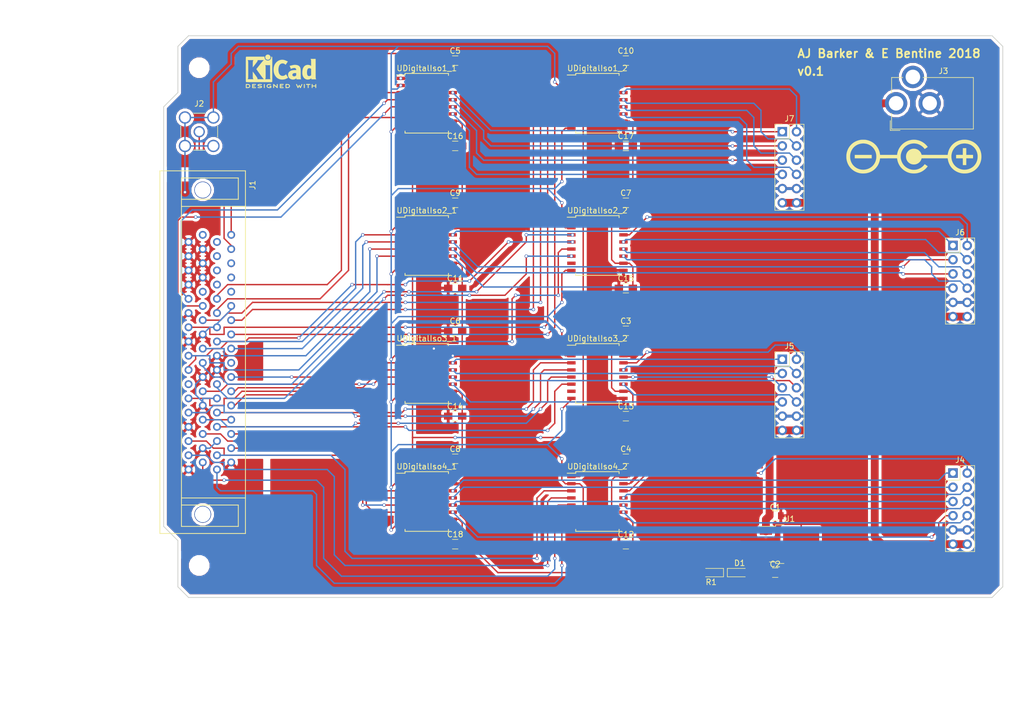
<source format=kicad_pcb>
(kicad_pcb (version 4) (host pcbnew 4.0.7)
  (layers (0 F.Cu signal) (31 B.Cu signal) (34 B.Paste user) (35 F.Paste user) (36 B.SilkS user) (37 F.SilkS user) (38 B.Mask user) (39 F.Mask user) (44 Edge.Cuts user))
  (net 0 "")
  (net 1 GND)
  (net 2 /R5V)
  (net 3 "Net-(J1-Pad2)")
  (net 4 /ACK1)
  (net 5 "Net-(J1-Pad4)")
  (net 6 "Net-(J1-Pad5)")
  (net 7 "Net-(J1-Pad6)")
  (net 8 "Net-(J1-Pad7)")
  (net 9 /ACK2)
  (net 10 "Net-(J1-Pad9)")
  (net 11 /A0)
  (net 12 GNDS)
  (net 13 /A3)
  (net 14 /A4)
  (net 15 /A7)
  (net 16 /B0)
  (net 17 /B1)
  (net 18 /B6)
  (net 19 /B7)
  (net 20 /C0)
  (net 21 /C3)
  (net 22 /C4)
  (net 23 /C7)
  (net 24 /D0)
  (net 25 /D3)
  (net 26 /D4)
  (net 27 /D7)
  (net 28 /A1)
  (net 29 /A2)
  (net 30 /A5)
  (net 31 /A6)
  (net 32 /B2)
  (net 33 /B3)
  (net 34 /B4)
  (net 35 /B5)
  (net 36 /C1)
  (net 37 /C2)
  (net 38 /C5)
  (net 39 /C6)
  (net 40 /D1)
  (net 41 /D2)
  (net 42 /D5)
  (net 43 /D6)
  (net 44 /CS1_TTL_4)
  (net 45 /CS2_TTL_4)
  (net 46 /IOUPDATE_TTL_4)
  (net 47 /DDSRESET_TTL_4)
  (net 48 /SCLK_TTL_4)
  (net 49 /MOSI_TTL_4)
  (net 50 /MISO_TTL_4)
  (net 51 /CS0_TTL_4)
  (net 52 +15V)
  (net 53 /CS1_TTL_3)
  (net 54 /CS2_TTL_3)
  (net 55 /IOUPDATE_TTL_3)
  (net 56 /DDSRESET_TTL_3)
  (net 57 /SCLK_TTL_3)
  (net 58 /MOSI_TTL_3)
  (net 59 /MISO_TTL_3)
  (net 60 /CS0_TTL_3)
  (net 61 /CS1_TTL_2)
  (net 62 /CS2_TTL_2)
  (net 63 /IOUPDATE_TTL_2)
  (net 64 /DDSRESET_TTL_2)
  (net 65 /SCLK_TTL_2)
  (net 66 /MOSI_TTL_2)
  (net 67 /MISO_TTL_2)
  (net 68 /CS0_TTL_2)
  (net 69 /CS1_TTL_1)
  (net 70 /CS2_TTL_1)
  (net 71 /IOUPDATE_TTL_1)
  (net 72 /DDSRESET_TTL_1)
  (net 73 /SCLK_TTL_1)
  (net 74 /MOSI_TTL_1)
  (net 75 /MISO_TTL_1)
  (net 76 /CS0_TTL_1)
  (net 77 +5V)
  (net 78 "Net-(UDigitalIso1_1-Pad7)")
  (net 79 "Net-(UDigitalIso1_2-Pad7)")
  (net 80 "Net-(UDigitalIso2_1-Pad7)")
  (net 81 "Net-(UDigitalIso2_2-Pad7)")
  (net 82 "Net-(UDigitalIso3_1-Pad7)")
  (net 83 "Net-(UDigitalIso3_2-Pad7)")
  (net 84 "Net-(UDigitalIso4_1-Pad7)")
  (net 85 "Net-(UDigitalIso4_2-Pad7)")
  (net 86 "Net-(J3-Pad3)")
  (net 87 "Net-(D1-Pad1)")
  (net 88 "Net-(J1-Pad35)")
  (net 89 "Net-(J1-Pad19)")
  (net 90 "Net-(J1-Pad43)")
  (net 91 "Net-(J1-Pad56)")
  (module Footprints:MH_SCSI_68_2.54mm (layer F.Cu) (at 36.195 66.675 90)
    (fp_text reference J1 (at 13.97 6.35 90) (layer F.SilkS))
    (fp_text value Conn_02x34_Top_Bottom)
    (pad "" np_thru_hole circle (at -44.84 -2.54 90) (size 3 3) (drill 2.77) (layers *.Cu *.Mask))
    (pad 35 thru_hole circle (at 5.08 -2.54 90) (size 1.4 1.4) (drill 0.85) (layers *.Cu *.Mask) (net 88 "Net-(J1-Pad35)"))
    (pad 1 thru_hole circle (at 5.08 2.54 90) (size 1.4 1.4) (drill 0.85) (layers *.Cu *.Mask) (net 2 /R5V))
    (pad 2 thru_hole circle (at 3.81 0 90) (size 1.4 1.4) (drill 0.85) (layers *.Cu *.Mask) (net 3 "Net-(J1-Pad2)"))
    (pad 3 thru_hole circle (at 2.54 2.54 90) (size 1.4 1.4) (drill 0.85) (layers *.Cu *.Mask) (net 4 /ACK1))
    (pad 4 thru_hole circle (at 1.27 0 90) (size 1.4 1.4) (drill 0.85) (layers *.Cu *.Mask) (net 5 "Net-(J1-Pad4)"))
    (pad 5 thru_hole circle (at 0 2.54 90) (size 1.4 1.4) (drill 0.85) (layers *.Cu *.Mask) (net 6 "Net-(J1-Pad5)"))
    (pad 6 thru_hole circle (at -1.27 0 90) (size 1.4 1.4) (drill 0.85) (layers *.Cu *.Mask) (net 7 "Net-(J1-Pad6)"))
    (pad 7 thru_hole circle (at -2.54 2.54 90) (size 1.4 1.4) (drill 0.85) (layers *.Cu *.Mask) (net 8 "Net-(J1-Pad7)"))
    (pad 8 thru_hole circle (at -3.81 0 90) (size 1.4 1.4) (drill 0.85) (layers *.Cu *.Mask) (net 9 /ACK2))
    (pad 9 thru_hole circle (at -5.08 2.54 90) (size 1.4 1.4) (drill 0.85) (layers *.Cu *.Mask) (net 10 "Net-(J1-Pad9)"))
    (pad 10 thru_hole circle (at -6.35 0 90) (size 1.4 1.4) (drill 0.85) (layers *.Cu *.Mask) (net 11 /A0))
    (pad 11 thru_hole circle (at -7.62 2.54 90) (size 1.4 1.4) (drill 0.85) (layers *.Cu *.Mask) (net 12 GNDS))
    (pad 12 thru_hole circle (at -8.89 0 90) (size 1.4 1.4) (drill 0.85) (layers *.Cu *.Mask) (net 13 /A3))
    (pad 13 thru_hole circle (at -10.16 2.54 90) (size 1.4 1.4) (drill 0.85) (layers *.Cu *.Mask) (net 14 /A4))
    (pad 14 thru_hole circle (at -11.43 0 90) (size 1.4 1.4) (drill 0.85) (layers *.Cu *.Mask) (net 12 GNDS))
    (pad 15 thru_hole circle (at -12.7 2.54 90) (size 1.4 1.4) (drill 0.85) (layers *.Cu *.Mask) (net 15 /A7))
    (pad 16 thru_hole circle (at -13.97 0 90) (size 1.4 1.4) (drill 0.85) (layers *.Cu *.Mask) (net 16 /B0))
    (pad 17 thru_hole circle (at -15.24 2.54 90) (size 1.4 1.4) (drill 0.85) (layers *.Cu *.Mask) (net 17 /B1))
    (pad 18 thru_hole circle (at -16.51 0 90) (size 1.4 1.4) (drill 0.85) (layers *.Cu *.Mask) (net 12 GNDS))
    (pad 19 thru_hole circle (at -17.78 2.54 90) (size 1.4 1.4) (drill 0.85) (layers *.Cu *.Mask) (net 89 "Net-(J1-Pad19)"))
    (pad 20 thru_hole circle (at -19.05 0 90) (size 1.4 1.4) (drill 0.85) (layers *.Cu *.Mask) (net 12 GNDS))
    (pad 21 thru_hole circle (at -20.32 2.54 90) (size 1.4 1.4) (drill 0.85) (layers *.Cu *.Mask) (net 18 /B6))
    (pad 22 thru_hole circle (at -21.59 0 90) (size 1.4 1.4) (drill 0.85) (layers *.Cu *.Mask) (net 19 /B7))
    (pad 23 thru_hole circle (at -22.86 2.54 90) (size 1.4 1.4) (drill 0.85) (layers *.Cu *.Mask) (net 20 /C0))
    (pad 24 thru_hole circle (at -24.13 0 90) (size 1.4 1.4) (drill 0.85) (layers *.Cu *.Mask) (net 12 GNDS))
    (pad 25 thru_hole circle (at -25.4 2.54 90) (size 1.4 1.4) (drill 0.85) (layers *.Cu *.Mask) (net 21 /C3))
    (pad 26 thru_hole circle (at -26.67 0 90) (size 1.4 1.4) (drill 0.85) (layers *.Cu *.Mask) (net 22 /C4))
    (pad 27 thru_hole circle (at -27.94 2.54 90) (size 1.4 1.4) (drill 0.85) (layers *.Cu *.Mask) (net 12 GNDS))
    (pad 28 thru_hole circle (at -29.21 0 90) (size 1.4 1.4) (drill 0.85) (layers *.Cu *.Mask) (net 23 /C7))
    (pad 29 thru_hole circle (at -30.48 2.54 90) (size 1.4 1.4) (drill 0.85) (layers *.Cu *.Mask) (net 24 /D0))
    (pad 30 thru_hole circle (at -31.75 0 90) (size 1.4 1.4) (drill 0.85) (layers *.Cu *.Mask) (net 12 GNDS))
    (pad 31 thru_hole circle (at -33.02 2.54 90) (size 1.4 1.4) (drill 0.85) (layers *.Cu *.Mask) (net 25 /D3))
    (pad 32 thru_hole circle (at -34.29 0 90) (size 1.4 1.4) (drill 0.85) (layers *.Cu *.Mask) (net 26 /D4))
    (pad 33 thru_hole circle (at -35.56 2.54 90) (size 1.4 1.4) (drill 0.85) (layers *.Cu *.Mask) (net 12 GNDS))
    (pad 34 thru_hole circle (at -36.83 0 90) (size 1.4 1.4) (drill 0.85) (layers *.Cu *.Mask) (net 27 /D7))
    (pad 36 thru_hole circle (at 3.81 -5.08 90) (size 1.4 1.4) (drill 0.85) (layers *.Cu *.Mask) (net 12 GNDS))
    (pad 37 thru_hole circle (at 2.54 -2.54 90) (size 1.4 1.4) (drill 0.85) (layers *.Cu *.Mask) (net 12 GNDS))
    (pad 38 thru_hole circle (at 1.27 -5.08 90) (size 1.4 1.4) (drill 0.85) (layers *.Cu *.Mask) (net 12 GNDS))
    (pad 39 thru_hole circle (at 0 -2.54 90) (size 1.4 1.4) (drill 0.85) (layers *.Cu *.Mask) (net 12 GNDS))
    (pad 40 thru_hole circle (at -1.27 -5.08 90) (size 1.4 1.4) (drill 0.85) (layers *.Cu *.Mask) (net 12 GNDS))
    (pad 41 thru_hole circle (at -2.54 -2.54 90) (size 1.4 1.4) (drill 0.85) (layers *.Cu *.Mask) (net 12 GNDS))
    (pad 42 thru_hole circle (at -3.81 -5.08 90) (size 1.4 1.4) (drill 0.85) (layers *.Cu *.Mask) (net 12 GNDS))
    (pad 43 thru_hole circle (at -5.08 -2.54 90) (size 1.4 1.4) (drill 0.85) (layers *.Cu *.Mask) (net 90 "Net-(J1-Pad43)"))
    (pad 44 thru_hole circle (at -6.35 -5.08 90) (size 1.4 1.4) (drill 0.85) (layers *.Cu *.Mask) (net 28 /A1))
    (pad 45 thru_hole circle (at -7.62 -2.54 90) (size 1.4 1.4) (drill 0.85) (layers *.Cu *.Mask) (net 29 /A2))
    (pad 46 thru_hole circle (at -8.89 -5.08 90) (size 1.4 1.4) (drill 0.85) (layers *.Cu *.Mask) (net 12 GNDS))
    (pad 47 thru_hole circle (at -10.16 -2.54 90) (size 1.4 1.4) (drill 0.85) (layers *.Cu *.Mask) (net 30 /A5))
    (pad 48 thru_hole circle (at -11.43 -5.08 90) (size 1.4 1.4) (drill 0.85) (layers *.Cu *.Mask) (net 31 /A6))
    (pad 49 thru_hole circle (at -12.7 -2.54 90) (size 1.4 1.4) (drill 0.85) (layers *.Cu *.Mask) (net 12 GNDS))
    (pad 50 thru_hole circle (at -13.97 -5.08 90) (size 1.4 1.4) (drill 0.85) (layers *.Cu *.Mask) (net 12 GNDS))
    (pad 51 thru_hole circle (at -15.24 -2.54 90) (size 1.4 1.4) (drill 0.85) (layers *.Cu *.Mask) (net 32 /B2))
    (pad 52 thru_hole circle (at -16.51 -5.08 90) (size 1.4 1.4) (drill 0.85) (layers *.Cu *.Mask) (net 33 /B3))
    (pad 53 thru_hole circle (at -17.78 -2.54 90) (size 1.4 1.4) (drill 0.85) (layers *.Cu *.Mask) (net 34 /B4))
    (pad 54 thru_hole circle (at -19.05 -5.08 90) (size 1.4 1.4) (drill 0.85) (layers *.Cu *.Mask) (net 35 /B5))
    (pad 55 thru_hole circle (at -20.32 -2.54 90) (size 1.4 1.4) (drill 0.85) (layers *.Cu *.Mask) (net 12 GNDS))
    (pad 56 thru_hole circle (at -21.59 -5.08 90) (size 1.4 1.4) (drill 0.85) (layers *.Cu *.Mask) (net 91 "Net-(J1-Pad56)"))
    (pad 57 thru_hole circle (at -22.86 -2.54 90) (size 1.4 1.4) (drill 0.85) (layers *.Cu *.Mask) (net 36 /C1))
    (pad 58 thru_hole circle (at -24.13 -5.08 90) (size 1.4 1.4) (drill 0.85) (layers *.Cu *.Mask) (net 37 /C2))
    (pad 59 thru_hole circle (at -25.4 -2.54 90) (size 1.4 1.4) (drill 0.85) (layers *.Cu *.Mask) (net 12 GNDS))
    (pad 60 thru_hole circle (at -26.67 -5.08 90) (size 1.4 1.4) (drill 0.85) (layers *.Cu *.Mask) (net 38 /C5))
    (pad 61 thru_hole circle (at -27.94 -2.54 90) (size 1.4 1.4) (drill 0.85) (layers *.Cu *.Mask) (net 39 /C6))
    (pad 62 thru_hole circle (at -29.21 -5.08 90) (size 1.4 1.4) (drill 0.85) (layers *.Cu *.Mask) (net 12 GNDS))
    (pad 63 thru_hole circle (at -30.48 -2.54 90) (size 1.4 1.4) (drill 0.85) (layers *.Cu *.Mask) (net 40 /D1))
    (pad 64 thru_hole circle (at -31.75 -5.08 90) (size 1.4 1.4) (drill 0.85) (layers *.Cu *.Mask) (net 41 /D2))
    (pad 65 thru_hole circle (at -33.02 -2.54 90) (size 1.4 1.4) (drill 0.85) (layers *.Cu *.Mask) (net 12 GNDS))
    (pad 66 thru_hole circle (at -34.29 -5.08 90) (size 1.4 1.4) (drill 0.85) (layers *.Cu *.Mask) (net 42 /D5))
    (pad 67 thru_hole circle (at -35.56 -2.54 90) (size 1.4 1.4) (drill 0.85) (layers *.Cu *.Mask) (net 43 /D6))
    (pad 68 thru_hole circle (at -36.83 -5.08 90) (size 1.4 1.4) (drill 0.85) (layers *.Cu *.Mask) (net 12 GNDS))
    (pad "" np_thru_hole circle (at 13.09 -2.54 90) (size 3 3) (drill 2.77) (layers *.Cu *.Mask))
  )
  (module Capacitors_SMD:C_0805 (layer F.Cu) (at 135.89 111.76)
    (fp_text reference C1 (at 0 -1.5) (layer F.SilkS))
    (fp_text value 10u)
    (pad 1 smd rect (at -1 0) (size 1 1.25) (layers F.Cu F.Paste F.Mask) (net 52 +15V))
    (pad 2 smd rect (at 1 0) (size 1 1.25) (layers F.Cu F.Paste F.Mask) (net 1 GND))
  )
  (module Capacitors_SMD:C_0805 (layer F.Cu) (at 135.89 121.92)
    (fp_text reference C2 (at 0 -1.5) (layer F.SilkS))
    (fp_text value 10u)
    (pad 1 smd rect (at -1 0) (size 1 1.25) (layers F.Cu F.Paste F.Mask) (net 77 +5V))
    (pad 2 smd rect (at 1 0) (size 1 1.25) (layers F.Cu F.Paste F.Mask) (net 1 GND))
  )
  (module Connectors:SMA_THT_Jack_Straight (layer F.Cu) (at 33.02 43.18)
    (fp_text reference J2 (at 0 -5) (layer F.SilkS))
    (fp_text value Conn_Coaxial)
    (pad 2 thru_hole circle (at -2.54 2.54) (size 2.2 2.2) (drill 1.7) (layers *.Cu *.Mask) (net 12 GNDS))
    (pad 2 thru_hole circle (at -2.54 -2.54) (size 2.2 2.2) (drill 1.7) (layers *.Cu *.Mask) (net 12 GNDS))
    (pad 2 thru_hole circle (at 2.54 -2.54) (size 2.2 2.2) (drill 1.7) (layers *.Cu *.Mask) (net 12 GNDS))
    (pad 2 thru_hole circle (at 2.54 2.54) (size 2.2 2.2) (drill 1.7) (layers *.Cu *.Mask) (net 12 GNDS))
    (pad 1 thru_hole circle (at 0 0) (size 2 2) (drill 1.5) (layers *.Cu *.Mask) (net 4 /ACK1))
  )
  (module Pin_Headers:Pin_Header_Straight_2x06_Pitch2.54mm (layer F.Cu) (at 167.64 104.14)
    (fp_text reference J4 (at 1.27 -2.33) (layer F.SilkS))
    (fp_text value "Urukul4 Connector")
    (pad 1 thru_hole rect (at 0 0) (size 1.7 1.7) (drill 1) (layers *.Cu *.Mask) (net 44 /CS1_TTL_4))
    (pad 2 thru_hole oval (at 2.54 0) (size 1.7 1.7) (drill 1) (layers *.Cu *.Mask) (net 48 /SCLK_TTL_4))
    (pad 3 thru_hole oval (at 0 2.54) (size 1.7 1.7) (drill 1) (layers *.Cu *.Mask) (net 45 /CS2_TTL_4))
    (pad 4 thru_hole oval (at 2.54 2.54) (size 1.7 1.7) (drill 1) (layers *.Cu *.Mask) (net 49 /MOSI_TTL_4))
    (pad 5 thru_hole oval (at 0 5.08) (size 1.7 1.7) (drill 1) (layers *.Cu *.Mask) (net 46 /IOUPDATE_TTL_4))
    (pad 6 thru_hole oval (at 2.54 5.08) (size 1.7 1.7) (drill 1) (layers *.Cu *.Mask) (net 50 /MISO_TTL_4))
    (pad 7 thru_hole oval (at 0 7.62) (size 1.7 1.7) (drill 1) (layers *.Cu *.Mask) (net 47 /DDSRESET_TTL_4))
    (pad 8 thru_hole oval (at 2.54 7.62) (size 1.7 1.7) (drill 1) (layers *.Cu *.Mask) (net 51 /CS0_TTL_4))
    (pad 9 thru_hole oval (at 0 10.16) (size 1.7 1.7) (drill 1) (layers *.Cu *.Mask) (net 1 GND))
    (pad 10 thru_hole oval (at 2.54 10.16) (size 1.7 1.7) (drill 1) (layers *.Cu *.Mask) (net 1 GND))
    (pad 11 thru_hole oval (at 0 12.7) (size 1.7 1.7) (drill 1) (layers *.Cu *.Mask) (net 52 +15V))
    (pad 12 thru_hole oval (at 2.54 12.7) (size 1.7 1.7) (drill 1) (layers *.Cu *.Mask) (net 52 +15V))
  )
  (module Pin_Headers:Pin_Header_Straight_2x06_Pitch2.54mm (layer F.Cu) (at 137.16 83.82)
    (fp_text reference J5 (at 1.27 -2.33) (layer F.SilkS))
    (fp_text value "Urukul3 Connector")
    (pad 1 thru_hole rect (at 0 0) (size 1.7 1.7) (drill 1) (layers *.Cu *.Mask) (net 53 /CS1_TTL_3))
    (pad 2 thru_hole oval (at 2.54 0) (size 1.7 1.7) (drill 1) (layers *.Cu *.Mask) (net 57 /SCLK_TTL_3))
    (pad 3 thru_hole oval (at 0 2.54) (size 1.7 1.7) (drill 1) (layers *.Cu *.Mask) (net 54 /CS2_TTL_3))
    (pad 4 thru_hole oval (at 2.54 2.54) (size 1.7 1.7) (drill 1) (layers *.Cu *.Mask) (net 58 /MOSI_TTL_3))
    (pad 5 thru_hole oval (at 0 5.08) (size 1.7 1.7) (drill 1) (layers *.Cu *.Mask) (net 55 /IOUPDATE_TTL_3))
    (pad 6 thru_hole oval (at 2.54 5.08) (size 1.7 1.7) (drill 1) (layers *.Cu *.Mask) (net 59 /MISO_TTL_3))
    (pad 7 thru_hole oval (at 0 7.62) (size 1.7 1.7) (drill 1) (layers *.Cu *.Mask) (net 56 /DDSRESET_TTL_3))
    (pad 8 thru_hole oval (at 2.54 7.62) (size 1.7 1.7) (drill 1) (layers *.Cu *.Mask) (net 60 /CS0_TTL_3))
    (pad 9 thru_hole oval (at 0 10.16) (size 1.7 1.7) (drill 1) (layers *.Cu *.Mask) (net 1 GND))
    (pad 10 thru_hole oval (at 2.54 10.16) (size 1.7 1.7) (drill 1) (layers *.Cu *.Mask) (net 1 GND))
    (pad 11 thru_hole oval (at 0 12.7) (size 1.7 1.7) (drill 1) (layers *.Cu *.Mask) (net 52 +15V))
    (pad 12 thru_hole oval (at 2.54 12.7) (size 1.7 1.7) (drill 1) (layers *.Cu *.Mask) (net 52 +15V))
  )
  (module Pin_Headers:Pin_Header_Straight_2x06_Pitch2.54mm (layer F.Cu) (at 167.64 63.5)
    (fp_text reference J6 (at 1.27 -2.33) (layer F.SilkS))
    (fp_text value "Urukul2 Connector")
    (pad 1 thru_hole rect (at 0 0) (size 1.7 1.7) (drill 1) (layers *.Cu *.Mask) (net 61 /CS1_TTL_2))
    (pad 2 thru_hole oval (at 2.54 0) (size 1.7 1.7) (drill 1) (layers *.Cu *.Mask) (net 65 /SCLK_TTL_2))
    (pad 3 thru_hole oval (at 0 2.54) (size 1.7 1.7) (drill 1) (layers *.Cu *.Mask) (net 62 /CS2_TTL_2))
    (pad 4 thru_hole oval (at 2.54 2.54) (size 1.7 1.7) (drill 1) (layers *.Cu *.Mask) (net 66 /MOSI_TTL_2))
    (pad 5 thru_hole oval (at 0 5.08) (size 1.7 1.7) (drill 1) (layers *.Cu *.Mask) (net 63 /IOUPDATE_TTL_2))
    (pad 6 thru_hole oval (at 2.54 5.08) (size 1.7 1.7) (drill 1) (layers *.Cu *.Mask) (net 67 /MISO_TTL_2))
    (pad 7 thru_hole oval (at 0 7.62) (size 1.7 1.7) (drill 1) (layers *.Cu *.Mask) (net 64 /DDSRESET_TTL_2))
    (pad 8 thru_hole oval (at 2.54 7.62) (size 1.7 1.7) (drill 1) (layers *.Cu *.Mask) (net 68 /CS0_TTL_2))
    (pad 9 thru_hole oval (at 0 10.16) (size 1.7 1.7) (drill 1) (layers *.Cu *.Mask) (net 1 GND))
    (pad 10 thru_hole oval (at 2.54 10.16) (size 1.7 1.7) (drill 1) (layers *.Cu *.Mask) (net 1 GND))
    (pad 11 thru_hole oval (at 0 12.7) (size 1.7 1.7) (drill 1) (layers *.Cu *.Mask) (net 52 +15V))
    (pad 12 thru_hole oval (at 2.54 12.7) (size 1.7 1.7) (drill 1) (layers *.Cu *.Mask) (net 52 +15V))
  )
  (module Pin_Headers:Pin_Header_Straight_2x06_Pitch2.54mm (layer F.Cu) (at 137.16 43.18)
    (fp_text reference J7 (at 1.27 -2.33) (layer F.SilkS))
    (fp_text value "Urukul1 Connector")
    (pad 1 thru_hole rect (at 0 0) (size 1.7 1.7) (drill 1) (layers *.Cu *.Mask) (net 69 /CS1_TTL_1))
    (pad 2 thru_hole oval (at 2.54 0) (size 1.7 1.7) (drill 1) (layers *.Cu *.Mask) (net 73 /SCLK_TTL_1))
    (pad 3 thru_hole oval (at 0 2.54) (size 1.7 1.7) (drill 1) (layers *.Cu *.Mask) (net 70 /CS2_TTL_1))
    (pad 4 thru_hole oval (at 2.54 2.54) (size 1.7 1.7) (drill 1) (layers *.Cu *.Mask) (net 74 /MOSI_TTL_1))
    (pad 5 thru_hole oval (at 0 5.08) (size 1.7 1.7) (drill 1) (layers *.Cu *.Mask) (net 71 /IOUPDATE_TTL_1))
    (pad 6 thru_hole oval (at 2.54 5.08) (size 1.7 1.7) (drill 1) (layers *.Cu *.Mask) (net 75 /MISO_TTL_1))
    (pad 7 thru_hole oval (at 0 7.62) (size 1.7 1.7) (drill 1) (layers *.Cu *.Mask) (net 72 /DDSRESET_TTL_1))
    (pad 8 thru_hole oval (at 2.54 7.62) (size 1.7 1.7) (drill 1) (layers *.Cu *.Mask) (net 76 /CS0_TTL_1))
    (pad 9 thru_hole oval (at 0 10.16) (size 1.7 1.7) (drill 1) (layers *.Cu *.Mask) (net 1 GND))
    (pad 10 thru_hole oval (at 2.54 10.16) (size 1.7 1.7) (drill 1) (layers *.Cu *.Mask) (net 1 GND))
    (pad 11 thru_hole oval (at 0 12.7) (size 1.7 1.7) (drill 1) (layers *.Cu *.Mask) (net 52 +15V))
    (pad 12 thru_hole oval (at 2.54 12.7) (size 1.7 1.7) (drill 1) (layers *.Cu *.Mask) (net 52 +15V))
  )
  (module TO_SOT_Packages_SMD:TO-252-2 (layer F.Cu) (at 138.43 116.84)
    (fp_text reference U1 (at 0 -4.5) (layer F.SilkS))
    (fp_text value LM7805_TO220)
    (pad 1 smd rect (at -4.2 -2.28) (size 2.2 1.2) (layers F.Cu F.Paste F.Mask) (net 52 +15V))
    (pad 3 smd rect (at -4.2 2.28) (size 2.2 1.2) (layers F.Cu F.Paste F.Mask) (net 77 +5V))
    (pad 2 smd rect (at 2.1 0) (size 6.4 5.8) (layers F.Cu F.Mask) (net 1 GND))
    (pad 2 smd rect (at 3.775 1.525) (size 3.05 2.75) (layers F.Cu F.Paste) (net 1 GND))
    (pad 2 smd rect (at 0.425 -1.525) (size 3.05 2.75) (layers F.Cu F.Paste) (net 1 GND))
    (pad 2 smd rect (at 3.775 -1.525) (size 3.05 2.75) (layers F.Cu F.Paste) (net 1 GND))
    (pad 2 smd rect (at 0.425 1.525) (size 3.05 2.75) (layers F.Cu F.Paste) (net 1 GND))
  )
  (module Housings_SOIC:SOIC-16W_7.5x10.3mm_Pitch1.27mm (layer F.Cu) (at 73.66 38.1)
    (fp_text reference UDigitalIso1_1 (at 0 -6.25) (layer F.SilkS))
    (fp_text value ISO7741FQDWQ1)
    (pad 1 smd rect (at -4.65 -4.445) (size 1.5 0.6) (layers F.Cu F.Paste F.Mask) (net 2 /R5V))
    (pad 2 smd rect (at -4.65 -3.175) (size 1.5 0.6) (layers F.Cu F.Paste F.Mask) (net 12 GNDS))
    (pad 3 smd rect (at -4.65 -1.905) (size 1.5 0.6) (layers F.Cu F.Paste F.Mask) (net 11 /A0))
    (pad 4 smd rect (at -4.65 -0.635) (size 1.5 0.6) (layers F.Cu F.Paste F.Mask) (net 28 /A1))
    (pad 5 smd rect (at -4.65 0.635) (size 1.5 0.6) (layers F.Cu F.Paste F.Mask) (net 29 /A2))
    (pad 6 smd rect (at -4.65 1.905) (size 1.5 0.6) (layers F.Cu F.Paste F.Mask) (net 13 /A3))
    (pad 7 smd rect (at -4.65 3.175) (size 1.5 0.6) (layers F.Cu F.Paste F.Mask) (net 78 "Net-(UDigitalIso1_1-Pad7)"))
    (pad 8 smd rect (at -4.65 4.445) (size 1.5 0.6) (layers F.Cu F.Paste F.Mask) (net 12 GNDS))
    (pad 9 smd rect (at 4.65 4.445) (size 1.5 0.6) (layers F.Cu F.Paste F.Mask) (net 1 GND))
    (pad 10 smd rect (at 4.65 3.175) (size 1.5 0.6) (layers F.Cu F.Paste F.Mask) (net 77 +5V))
    (pad 11 smd rect (at 4.65 1.905) (size 1.5 0.6) (layers F.Cu F.Paste F.Mask) (net 72 /DDSRESET_TTL_1))
    (pad 12 smd rect (at 4.65 0.635) (size 1.5 0.6) (layers F.Cu F.Paste F.Mask) (net 71 /IOUPDATE_TTL_1))
    (pad 13 smd rect (at 4.65 -0.635) (size 1.5 0.6) (layers F.Cu F.Paste F.Mask) (net 70 /CS2_TTL_1))
    (pad 14 smd rect (at 4.65 -1.905) (size 1.5 0.6) (layers F.Cu F.Paste F.Mask) (net 69 /CS1_TTL_1))
    (pad 15 smd rect (at 4.65 -3.175) (size 1.5 0.6) (layers F.Cu F.Paste F.Mask) (net 1 GND))
    (pad 16 smd rect (at 4.65 -4.445) (size 1.5 0.6) (layers F.Cu F.Paste F.Mask) (net 77 +5V))
  )
  (module Housings_SOIC:SOIC-16W_7.5x10.3mm_Pitch1.27mm (layer F.Cu) (at 104.14 38.1)
    (fp_text reference UDigitalIso1_2 (at 0 -6.25) (layer F.SilkS))
    (fp_text value ISO7741FQDWQ1)
    (pad 1 smd rect (at -4.65 -4.445) (size 1.5 0.6) (layers F.Cu F.Paste F.Mask) (net 2 /R5V))
    (pad 2 smd rect (at -4.65 -3.175) (size 1.5 0.6) (layers F.Cu F.Paste F.Mask) (net 12 GNDS))
    (pad 3 smd rect (at -4.65 -1.905) (size 1.5 0.6) (layers F.Cu F.Paste F.Mask) (net 14 /A4))
    (pad 4 smd rect (at -4.65 -0.635) (size 1.5 0.6) (layers F.Cu F.Paste F.Mask) (net 30 /A5))
    (pad 5 smd rect (at -4.65 0.635) (size 1.5 0.6) (layers F.Cu F.Paste F.Mask) (net 31 /A6))
    (pad 6 smd rect (at -4.65 1.905) (size 1.5 0.6) (layers F.Cu F.Paste F.Mask) (net 15 /A7))
    (pad 7 smd rect (at -4.65 3.175) (size 1.5 0.6) (layers F.Cu F.Paste F.Mask) (net 79 "Net-(UDigitalIso1_2-Pad7)"))
    (pad 8 smd rect (at -4.65 4.445) (size 1.5 0.6) (layers F.Cu F.Paste F.Mask) (net 12 GNDS))
    (pad 9 smd rect (at 4.65 4.445) (size 1.5 0.6) (layers F.Cu F.Paste F.Mask) (net 1 GND))
    (pad 10 smd rect (at 4.65 3.175) (size 1.5 0.6) (layers F.Cu F.Paste F.Mask) (net 77 +5V))
    (pad 11 smd rect (at 4.65 1.905) (size 1.5 0.6) (layers F.Cu F.Paste F.Mask) (net 76 /CS0_TTL_1))
    (pad 12 smd rect (at 4.65 0.635) (size 1.5 0.6) (layers F.Cu F.Paste F.Mask) (net 75 /MISO_TTL_1))
    (pad 13 smd rect (at 4.65 -0.635) (size 1.5 0.6) (layers F.Cu F.Paste F.Mask) (net 74 /MOSI_TTL_1))
    (pad 14 smd rect (at 4.65 -1.905) (size 1.5 0.6) (layers F.Cu F.Paste F.Mask) (net 73 /SCLK_TTL_1))
    (pad 15 smd rect (at 4.65 -3.175) (size 1.5 0.6) (layers F.Cu F.Paste F.Mask) (net 1 GND))
    (pad 16 smd rect (at 4.65 -4.445) (size 1.5 0.6) (layers F.Cu F.Paste F.Mask) (net 77 +5V))
  )
  (module Housings_SOIC:SOIC-16W_7.5x10.3mm_Pitch1.27mm (layer F.Cu) (at 73.66 63.5)
    (fp_text reference UDigitalIso2_1 (at 0 -6.25) (layer F.SilkS))
    (fp_text value ISO7741FQDWQ1)
    (pad 1 smd rect (at -4.65 -4.445) (size 1.5 0.6) (layers F.Cu F.Paste F.Mask) (net 2 /R5V))
    (pad 2 smd rect (at -4.65 -3.175) (size 1.5 0.6) (layers F.Cu F.Paste F.Mask) (net 12 GNDS))
    (pad 3 smd rect (at -4.65 -1.905) (size 1.5 0.6) (layers F.Cu F.Paste F.Mask) (net 16 /B0))
    (pad 4 smd rect (at -4.65 -0.635) (size 1.5 0.6) (layers F.Cu F.Paste F.Mask) (net 17 /B1))
    (pad 5 smd rect (at -4.65 0.635) (size 1.5 0.6) (layers F.Cu F.Paste F.Mask) (net 32 /B2))
    (pad 6 smd rect (at -4.65 1.905) (size 1.5 0.6) (layers F.Cu F.Paste F.Mask) (net 33 /B3))
    (pad 7 smd rect (at -4.65 3.175) (size 1.5 0.6) (layers F.Cu F.Paste F.Mask) (net 80 "Net-(UDigitalIso2_1-Pad7)"))
    (pad 8 smd rect (at -4.65 4.445) (size 1.5 0.6) (layers F.Cu F.Paste F.Mask) (net 12 GNDS))
    (pad 9 smd rect (at 4.65 4.445) (size 1.5 0.6) (layers F.Cu F.Paste F.Mask) (net 1 GND))
    (pad 10 smd rect (at 4.65 3.175) (size 1.5 0.6) (layers F.Cu F.Paste F.Mask) (net 77 +5V))
    (pad 11 smd rect (at 4.65 1.905) (size 1.5 0.6) (layers F.Cu F.Paste F.Mask) (net 64 /DDSRESET_TTL_2))
    (pad 12 smd rect (at 4.65 0.635) (size 1.5 0.6) (layers F.Cu F.Paste F.Mask) (net 63 /IOUPDATE_TTL_2))
    (pad 13 smd rect (at 4.65 -0.635) (size 1.5 0.6) (layers F.Cu F.Paste F.Mask) (net 62 /CS2_TTL_2))
    (pad 14 smd rect (at 4.65 -1.905) (size 1.5 0.6) (layers F.Cu F.Paste F.Mask) (net 61 /CS1_TTL_2))
    (pad 15 smd rect (at 4.65 -3.175) (size 1.5 0.6) (layers F.Cu F.Paste F.Mask) (net 1 GND))
    (pad 16 smd rect (at 4.65 -4.445) (size 1.5 0.6) (layers F.Cu F.Paste F.Mask) (net 77 +5V))
  )
  (module Housings_SOIC:SOIC-16W_7.5x10.3mm_Pitch1.27mm (layer F.Cu) (at 104.14 63.5)
    (fp_text reference UDigitalIso2_2 (at 0 -6.25) (layer F.SilkS))
    (fp_text value ISO7741FQDWQ1)
    (pad 1 smd rect (at -4.65 -4.445) (size 1.5 0.6) (layers F.Cu F.Paste F.Mask) (net 2 /R5V))
    (pad 2 smd rect (at -4.65 -3.175) (size 1.5 0.6) (layers F.Cu F.Paste F.Mask) (net 12 GNDS))
    (pad 3 smd rect (at -4.65 -1.905) (size 1.5 0.6) (layers F.Cu F.Paste F.Mask) (net 34 /B4))
    (pad 4 smd rect (at -4.65 -0.635) (size 1.5 0.6) (layers F.Cu F.Paste F.Mask) (net 35 /B5))
    (pad 5 smd rect (at -4.65 0.635) (size 1.5 0.6) (layers F.Cu F.Paste F.Mask) (net 18 /B6))
    (pad 6 smd rect (at -4.65 1.905) (size 1.5 0.6) (layers F.Cu F.Paste F.Mask) (net 19 /B7))
    (pad 7 smd rect (at -4.65 3.175) (size 1.5 0.6) (layers F.Cu F.Paste F.Mask) (net 81 "Net-(UDigitalIso2_2-Pad7)"))
    (pad 8 smd rect (at -4.65 4.445) (size 1.5 0.6) (layers F.Cu F.Paste F.Mask) (net 12 GNDS))
    (pad 9 smd rect (at 4.65 4.445) (size 1.5 0.6) (layers F.Cu F.Paste F.Mask) (net 1 GND))
    (pad 10 smd rect (at 4.65 3.175) (size 1.5 0.6) (layers F.Cu F.Paste F.Mask) (net 77 +5V))
    (pad 11 smd rect (at 4.65 1.905) (size 1.5 0.6) (layers F.Cu F.Paste F.Mask) (net 68 /CS0_TTL_2))
    (pad 12 smd rect (at 4.65 0.635) (size 1.5 0.6) (layers F.Cu F.Paste F.Mask) (net 67 /MISO_TTL_2))
    (pad 13 smd rect (at 4.65 -0.635) (size 1.5 0.6) (layers F.Cu F.Paste F.Mask) (net 66 /MOSI_TTL_2))
    (pad 14 smd rect (at 4.65 -1.905) (size 1.5 0.6) (layers F.Cu F.Paste F.Mask) (net 65 /SCLK_TTL_2))
    (pad 15 smd rect (at 4.65 -3.175) (size 1.5 0.6) (layers F.Cu F.Paste F.Mask) (net 1 GND))
    (pad 16 smd rect (at 4.65 -4.445) (size 1.5 0.6) (layers F.Cu F.Paste F.Mask) (net 77 +5V))
  )
  (module Housings_SOIC:SOIC-16W_7.5x10.3mm_Pitch1.27mm (layer F.Cu) (at 73.66 86.36)
    (fp_text reference UDigitalIso3_1 (at 0 -6.25) (layer F.SilkS))
    (fp_text value ISO7741FQDWQ1)
    (pad 1 smd rect (at -4.65 -4.445) (size 1.5 0.6) (layers F.Cu F.Paste F.Mask) (net 2 /R5V))
    (pad 2 smd rect (at -4.65 -3.175) (size 1.5 0.6) (layers F.Cu F.Paste F.Mask) (net 12 GNDS))
    (pad 3 smd rect (at -4.65 -1.905) (size 1.5 0.6) (layers F.Cu F.Paste F.Mask) (net 20 /C0))
    (pad 4 smd rect (at -4.65 -0.635) (size 1.5 0.6) (layers F.Cu F.Paste F.Mask) (net 36 /C1))
    (pad 5 smd rect (at -4.65 0.635) (size 1.5 0.6) (layers F.Cu F.Paste F.Mask) (net 37 /C2))
    (pad 6 smd rect (at -4.65 1.905) (size 1.5 0.6) (layers F.Cu F.Paste F.Mask) (net 21 /C3))
    (pad 7 smd rect (at -4.65 3.175) (size 1.5 0.6) (layers F.Cu F.Paste F.Mask) (net 82 "Net-(UDigitalIso3_1-Pad7)"))
    (pad 8 smd rect (at -4.65 4.445) (size 1.5 0.6) (layers F.Cu F.Paste F.Mask) (net 12 GNDS))
    (pad 9 smd rect (at 4.65 4.445) (size 1.5 0.6) (layers F.Cu F.Paste F.Mask) (net 1 GND))
    (pad 10 smd rect (at 4.65 3.175) (size 1.5 0.6) (layers F.Cu F.Paste F.Mask) (net 77 +5V))
    (pad 11 smd rect (at 4.65 1.905) (size 1.5 0.6) (layers F.Cu F.Paste F.Mask) (net 56 /DDSRESET_TTL_3))
    (pad 12 smd rect (at 4.65 0.635) (size 1.5 0.6) (layers F.Cu F.Paste F.Mask) (net 55 /IOUPDATE_TTL_3))
    (pad 13 smd rect (at 4.65 -0.635) (size 1.5 0.6) (layers F.Cu F.Paste F.Mask) (net 54 /CS2_TTL_3))
    (pad 14 smd rect (at 4.65 -1.905) (size 1.5 0.6) (layers F.Cu F.Paste F.Mask) (net 53 /CS1_TTL_3))
    (pad 15 smd rect (at 4.65 -3.175) (size 1.5 0.6) (layers F.Cu F.Paste F.Mask) (net 1 GND))
    (pad 16 smd rect (at 4.65 -4.445) (size 1.5 0.6) (layers F.Cu F.Paste F.Mask) (net 77 +5V))
  )
  (module Housings_SOIC:SOIC-16W_7.5x10.3mm_Pitch1.27mm (layer F.Cu) (at 104.14 86.36)
    (fp_text reference UDigitalIso3_2 (at 0 -6.25) (layer F.SilkS))
    (fp_text value ISO7741FQDWQ1)
    (pad 1 smd rect (at -4.65 -4.445) (size 1.5 0.6) (layers F.Cu F.Paste F.Mask) (net 2 /R5V))
    (pad 2 smd rect (at -4.65 -3.175) (size 1.5 0.6) (layers F.Cu F.Paste F.Mask) (net 12 GNDS))
    (pad 3 smd rect (at -4.65 -1.905) (size 1.5 0.6) (layers F.Cu F.Paste F.Mask) (net 22 /C4))
    (pad 4 smd rect (at -4.65 -0.635) (size 1.5 0.6) (layers F.Cu F.Paste F.Mask) (net 38 /C5))
    (pad 5 smd rect (at -4.65 0.635) (size 1.5 0.6) (layers F.Cu F.Paste F.Mask) (net 39 /C6))
    (pad 6 smd rect (at -4.65 1.905) (size 1.5 0.6) (layers F.Cu F.Paste F.Mask) (net 23 /C7))
    (pad 7 smd rect (at -4.65 3.175) (size 1.5 0.6) (layers F.Cu F.Paste F.Mask) (net 83 "Net-(UDigitalIso3_2-Pad7)"))
    (pad 8 smd rect (at -4.65 4.445) (size 1.5 0.6) (layers F.Cu F.Paste F.Mask) (net 12 GNDS))
    (pad 9 smd rect (at 4.65 4.445) (size 1.5 0.6) (layers F.Cu F.Paste F.Mask) (net 1 GND))
    (pad 10 smd rect (at 4.65 3.175) (size 1.5 0.6) (layers F.Cu F.Paste F.Mask) (net 77 +5V))
    (pad 11 smd rect (at 4.65 1.905) (size 1.5 0.6) (layers F.Cu F.Paste F.Mask) (net 60 /CS0_TTL_3))
    (pad 12 smd rect (at 4.65 0.635) (size 1.5 0.6) (layers F.Cu F.Paste F.Mask) (net 59 /MISO_TTL_3))
    (pad 13 smd rect (at 4.65 -0.635) (size 1.5 0.6) (layers F.Cu F.Paste F.Mask) (net 58 /MOSI_TTL_3))
    (pad 14 smd rect (at 4.65 -1.905) (size 1.5 0.6) (layers F.Cu F.Paste F.Mask) (net 57 /SCLK_TTL_3))
    (pad 15 smd rect (at 4.65 -3.175) (size 1.5 0.6) (layers F.Cu F.Paste F.Mask) (net 1 GND))
    (pad 16 smd rect (at 4.65 -4.445) (size 1.5 0.6) (layers F.Cu F.Paste F.Mask) (net 77 +5V))
  )
  (module Housings_SOIC:SOIC-16W_7.5x10.3mm_Pitch1.27mm (layer F.Cu) (at 73.66 109.22)
    (fp_text reference UDigitalIso4_1 (at 0 -6.25) (layer F.SilkS))
    (fp_text value ISO7741FQDWQ1)
    (pad 1 smd rect (at -4.65 -4.445) (size 1.5 0.6) (layers F.Cu F.Paste F.Mask) (net 2 /R5V))
    (pad 2 smd rect (at -4.65 -3.175) (size 1.5 0.6) (layers F.Cu F.Paste F.Mask) (net 12 GNDS))
    (pad 3 smd rect (at -4.65 -1.905) (size 1.5 0.6) (layers F.Cu F.Paste F.Mask) (net 24 /D0))
    (pad 4 smd rect (at -4.65 -0.635) (size 1.5 0.6) (layers F.Cu F.Paste F.Mask) (net 40 /D1))
    (pad 5 smd rect (at -4.65 0.635) (size 1.5 0.6) (layers F.Cu F.Paste F.Mask) (net 41 /D2))
    (pad 6 smd rect (at -4.65 1.905) (size 1.5 0.6) (layers F.Cu F.Paste F.Mask) (net 25 /D3))
    (pad 7 smd rect (at -4.65 3.175) (size 1.5 0.6) (layers F.Cu F.Paste F.Mask) (net 84 "Net-(UDigitalIso4_1-Pad7)"))
    (pad 8 smd rect (at -4.65 4.445) (size 1.5 0.6) (layers F.Cu F.Paste F.Mask) (net 12 GNDS))
    (pad 9 smd rect (at 4.65 4.445) (size 1.5 0.6) (layers F.Cu F.Paste F.Mask) (net 1 GND))
    (pad 10 smd rect (at 4.65 3.175) (size 1.5 0.6) (layers F.Cu F.Paste F.Mask) (net 77 +5V))
    (pad 11 smd rect (at 4.65 1.905) (size 1.5 0.6) (layers F.Cu F.Paste F.Mask) (net 47 /DDSRESET_TTL_4))
    (pad 12 smd rect (at 4.65 0.635) (size 1.5 0.6) (layers F.Cu F.Paste F.Mask) (net 46 /IOUPDATE_TTL_4))
    (pad 13 smd rect (at 4.65 -0.635) (size 1.5 0.6) (layers F.Cu F.Paste F.Mask) (net 45 /CS2_TTL_4))
    (pad 14 smd rect (at 4.65 -1.905) (size 1.5 0.6) (layers F.Cu F.Paste F.Mask) (net 44 /CS1_TTL_4))
    (pad 15 smd rect (at 4.65 -3.175) (size 1.5 0.6) (layers F.Cu F.Paste F.Mask) (net 1 GND))
    (pad 16 smd rect (at 4.65 -4.445) (size 1.5 0.6) (layers F.Cu F.Paste F.Mask) (net 77 +5V))
  )
  (module Housings_SOIC:SOIC-16W_7.5x10.3mm_Pitch1.27mm (layer F.Cu) (at 104.14 109.22)
    (fp_text reference UDigitalIso4_2 (at 0 -6.25) (layer F.SilkS))
    (fp_text value ISO7741FQDWQ1)
    (pad 1 smd rect (at -4.65 -4.445) (size 1.5 0.6) (layers F.Cu F.Paste F.Mask) (net 2 /R5V))
    (pad 2 smd rect (at -4.65 -3.175) (size 1.5 0.6) (layers F.Cu F.Paste F.Mask) (net 12 GNDS))
    (pad 3 smd rect (at -4.65 -1.905) (size 1.5 0.6) (layers F.Cu F.Paste F.Mask) (net 26 /D4))
    (pad 4 smd rect (at -4.65 -0.635) (size 1.5 0.6) (layers F.Cu F.Paste F.Mask) (net 42 /D5))
    (pad 5 smd rect (at -4.65 0.635) (size 1.5 0.6) (layers F.Cu F.Paste F.Mask) (net 43 /D6))
    (pad 6 smd rect (at -4.65 1.905) (size 1.5 0.6) (layers F.Cu F.Paste F.Mask) (net 27 /D7))
    (pad 7 smd rect (at -4.65 3.175) (size 1.5 0.6) (layers F.Cu F.Paste F.Mask) (net 85 "Net-(UDigitalIso4_2-Pad7)"))
    (pad 8 smd rect (at -4.65 4.445) (size 1.5 0.6) (layers F.Cu F.Paste F.Mask) (net 12 GNDS))
    (pad 9 smd rect (at 4.65 4.445) (size 1.5 0.6) (layers F.Cu F.Paste F.Mask) (net 1 GND))
    (pad 10 smd rect (at 4.65 3.175) (size 1.5 0.6) (layers F.Cu F.Paste F.Mask) (net 77 +5V))
    (pad 11 smd rect (at 4.65 1.905) (size 1.5 0.6) (layers F.Cu F.Paste F.Mask) (net 51 /CS0_TTL_4))
    (pad 12 smd rect (at 4.65 0.635) (size 1.5 0.6) (layers F.Cu F.Paste F.Mask) (net 50 /MISO_TTL_4))
    (pad 13 smd rect (at 4.65 -0.635) (size 1.5 0.6) (layers F.Cu F.Paste F.Mask) (net 49 /MOSI_TTL_4))
    (pad 14 smd rect (at 4.65 -1.905) (size 1.5 0.6) (layers F.Cu F.Paste F.Mask) (net 48 /SCLK_TTL_4))
    (pad 15 smd rect (at 4.65 -3.175) (size 1.5 0.6) (layers F.Cu F.Paste F.Mask) (net 1 GND))
    (pad 16 smd rect (at 4.65 -4.445) (size 1.5 0.6) (layers F.Cu F.Paste F.Mask) (net 77 +5V))
  )
  (module Capacitors_SMD:C_0805_HandSoldering (layer F.Cu) (at 109.22 78.74)
    (fp_text reference C3 (at 0 -1.75) (layer F.SilkS))
    (fp_text value C_Small)
    (pad 1 smd rect (at -1.25 0) (size 1.5 1.25) (layers F.Cu F.Paste F.Mask) (net 1 GND))
    (pad 2 smd rect (at 1.25 0) (size 1.5 1.25) (layers F.Cu F.Paste F.Mask) (net 77 +5V))
  )
  (module Capacitors_SMD:C_0805_HandSoldering (layer F.Cu) (at 109.22 101.6)
    (fp_text reference C4 (at 0 -1.75) (layer F.SilkS))
    (fp_text value C_Small)
    (pad 1 smd rect (at -1.25 0) (size 1.5 1.25) (layers F.Cu F.Paste F.Mask) (net 1 GND))
    (pad 2 smd rect (at 1.25 0) (size 1.5 1.25) (layers F.Cu F.Paste F.Mask) (net 77 +5V))
  )
  (module Capacitors_SMD:C_0805_HandSoldering (layer F.Cu) (at 78.74 30.48)
    (fp_text reference C5 (at 0 -1.75) (layer F.SilkS))
    (fp_text value C_Small)
    (pad 1 smd rect (at -1.25 0) (size 1.5 1.25) (layers F.Cu F.Paste F.Mask) (net 1 GND))
    (pad 2 smd rect (at 1.25 0) (size 1.5 1.25) (layers F.Cu F.Paste F.Mask) (net 77 +5V))
  )
  (module Capacitors_SMD:C_0805_HandSoldering (layer F.Cu) (at 78.74 78.74)
    (fp_text reference C6 (at 0 -1.75) (layer F.SilkS))
    (fp_text value C_Small)
    (pad 1 smd rect (at -1.25 0) (size 1.5 1.25) (layers F.Cu F.Paste F.Mask) (net 1 GND))
    (pad 2 smd rect (at 1.25 0) (size 1.5 1.25) (layers F.Cu F.Paste F.Mask) (net 77 +5V))
  )
  (module Capacitors_SMD:C_0805_HandSoldering (layer F.Cu) (at 109.22 55.88)
    (fp_text reference C7 (at 0 -1.75) (layer F.SilkS))
    (fp_text value C_Small)
    (pad 1 smd rect (at -1.25 0) (size 1.5 1.25) (layers F.Cu F.Paste F.Mask) (net 1 GND))
    (pad 2 smd rect (at 1.25 0) (size 1.5 1.25) (layers F.Cu F.Paste F.Mask) (net 77 +5V))
  )
  (module Capacitors_SMD:C_0805_HandSoldering (layer F.Cu) (at 78.74 101.6)
    (fp_text reference C8 (at 0 -1.75) (layer F.SilkS))
    (fp_text value C_Small)
    (pad 1 smd rect (at -1.25 0) (size 1.5 1.25) (layers F.Cu F.Paste F.Mask) (net 1 GND))
    (pad 2 smd rect (at 1.25 0) (size 1.5 1.25) (layers F.Cu F.Paste F.Mask) (net 77 +5V))
  )
  (module Capacitors_SMD:C_0805_HandSoldering (layer F.Cu) (at 78.74 55.88)
    (fp_text reference C9 (at 0 -1.75) (layer F.SilkS))
    (fp_text value C_Small)
    (pad 1 smd rect (at -1.25 0) (size 1.5 1.25) (layers F.Cu F.Paste F.Mask) (net 1 GND))
    (pad 2 smd rect (at 1.25 0) (size 1.5 1.25) (layers F.Cu F.Paste F.Mask) (net 77 +5V))
  )
  (module Capacitors_SMD:C_0805_HandSoldering (layer F.Cu) (at 109.22 30.48)
    (fp_text reference C10 (at 0 -1.75) (layer F.SilkS))
    (fp_text value C_Small)
    (pad 1 smd rect (at -1.25 0) (size 1.5 1.25) (layers F.Cu F.Paste F.Mask) (net 1 GND))
    (pad 2 smd rect (at 1.25 0) (size 1.5 1.25) (layers F.Cu F.Paste F.Mask) (net 77 +5V))
  )
  (module Connectors:Barrel_Jack_CUI_PJ-102AH (layer F.Cu) (at 157.48 38.1 90)
    (fp_text reference J3 (at 5.75 8.45 180) (layer F.SilkS))
    (fp_text value Barrel_Jack)
    (pad 1 thru_hole circle (at 0 0 90) (size 4 4) (drill 2.6) (layers *.Cu *.Mask) (net 52 +15V))
    (pad 2 thru_hole circle (at 0 6 90) (size 4 4) (drill 2.6) (layers *.Cu *.Mask) (net 1 GND))
    (pad 3 thru_hole circle (at 4.7 3 90) (size 4 4) (drill 2.6) (layers *.Cu *.Mask) (net 86 "Net-(J3-Pad3)"))
  )
  (module LEDs:LED_0805_HandSoldering (layer F.Cu) (at 129.54 121.92)
    (fp_text reference D1 (at 0 -1.7) (layer F.SilkS))
    (fp_text value LED)
    (pad 1 smd rect (at -1.35 0) (size 1.5 1.3) (layers F.Cu F.Paste F.Mask) (net 87 "Net-(D1-Pad1)"))
    (pad 2 smd rect (at 1.35 0) (size 1.5 1.3) (layers F.Cu F.Paste F.Mask) (net 77 +5V))
  )
  (module LEDs:LED_0805_HandSoldering (layer F.Cu) (at 124.46 121.92 180)
    (fp_text reference R1 (at 0 -1.7 180) (layer F.SilkS))
    (fp_text value R_Small)
    (pad 1 smd rect (at -1.35 0 180) (size 1.5 1.3) (layers F.Cu F.Paste F.Mask) (net 87 "Net-(D1-Pad1)"))
    (pad 2 smd rect (at 1.35 0 180) (size 1.5 1.3) (layers F.Cu F.Paste F.Mask) (net 1 GND))
  )
  (module Capacitors_SMD:C_0805_HandSoldering (layer F.Cu) (at 78.74 71.12)
    (fp_text reference C11 (at 0 -1.75) (layer F.SilkS))
    (fp_text value C_Small)
    (pad 1 smd rect (at -1.25 0) (size 1.5 1.25) (layers F.Cu F.Paste F.Mask) (net 1 GND))
    (pad 2 smd rect (at 1.25 0) (size 1.5 1.25) (layers F.Cu F.Paste F.Mask) (net 77 +5V))
  )
  (module Capacitors_SMD:C_0805_HandSoldering (layer F.Cu) (at 109.22 116.84)
    (fp_text reference C12 (at 0 -1.75) (layer F.SilkS))
    (fp_text value C_Small)
    (pad 1 smd rect (at -1.25 0) (size 1.5 1.25) (layers F.Cu F.Paste F.Mask) (net 1 GND))
    (pad 2 smd rect (at 1.25 0) (size 1.5 1.25) (layers F.Cu F.Paste F.Mask) (net 77 +5V))
  )
  (module Capacitors_SMD:C_0805_HandSoldering (layer F.Cu) (at 109.22 93.98)
    (fp_text reference C13 (at 0 -1.75) (layer F.SilkS))
    (fp_text value C_Small)
    (pad 1 smd rect (at -1.25 0) (size 1.5 1.25) (layers F.Cu F.Paste F.Mask) (net 1 GND))
    (pad 2 smd rect (at 1.25 0) (size 1.5 1.25) (layers F.Cu F.Paste F.Mask) (net 77 +5V))
  )
  (module Capacitors_SMD:C_0805_HandSoldering (layer F.Cu) (at 78.74 93.98)
    (fp_text reference C14 (at 0 -1.75) (layer F.SilkS))
    (fp_text value C_Small)
    (pad 1 smd rect (at -1.25 0) (size 1.5 1.25) (layers F.Cu F.Paste F.Mask) (net 1 GND))
    (pad 2 smd rect (at 1.25 0) (size 1.5 1.25) (layers F.Cu F.Paste F.Mask) (net 77 +5V))
  )
  (module Capacitors_SMD:C_0805_HandSoldering (layer F.Cu) (at 109.22 71.12)
    (fp_text reference C15 (at 0 -1.75) (layer F.SilkS))
    (fp_text value C_Small)
    (pad 1 smd rect (at -1.25 0) (size 1.5 1.25) (layers F.Cu F.Paste F.Mask) (net 1 GND))
    (pad 2 smd rect (at 1.25 0) (size 1.5 1.25) (layers F.Cu F.Paste F.Mask) (net 77 +5V))
  )
  (module Capacitors_SMD:C_0805_HandSoldering (layer F.Cu) (at 78.74 45.72)
    (fp_text reference C16 (at 0 -1.75) (layer F.SilkS))
    (fp_text value C_Small)
    (pad 1 smd rect (at -1.25 0) (size 1.5 1.25) (layers F.Cu F.Paste F.Mask) (net 1 GND))
    (pad 2 smd rect (at 1.25 0) (size 1.5 1.25) (layers F.Cu F.Paste F.Mask) (net 77 +5V))
  )
  (module Capacitors_SMD:C_0805_HandSoldering (layer F.Cu) (at 109.22 45.72)
    (fp_text reference C17 (at 0 -1.75) (layer F.SilkS))
    (fp_text value C_Small)
    (pad 1 smd rect (at -1.25 0) (size 1.5 1.25) (layers F.Cu F.Paste F.Mask) (net 1 GND))
    (pad 2 smd rect (at 1.25 0) (size 1.5 1.25) (layers F.Cu F.Paste F.Mask) (net 77 +5V))
  )
  (module Capacitors_SMD:C_0805_HandSoldering (layer F.Cu) (at 78.74 116.84)
    (fp_text reference C18 (at 0 -1.75) (layer F.SilkS))
    (fp_text value C_Small)
    (pad 1 smd rect (at -1.25 0) (size 1.5 1.25) (layers F.Cu F.Paste F.Mask) (net 1 GND))
    (pad 2 smd rect (at 1.25 0) (size 1.5 1.25) (layers F.Cu F.Paste F.Mask) (net 77 +5V))
  )
  (module Mounting_Holes:MountingHole_2.7mm (layer F.Cu) (at 33.02 31.75)
    (fp_text reference REF** hide)
    (fp_text value MountingHole_2.7mm)
    (pad 1 np_thru_hole circle (at 0 0) (size 2.7 2.7) (drill 2.7) (layers *.Cu *.Mask))
  )
  (module Mounting_Holes:MountingHole_2.7mm (layer F.Cu) (at 33.02 120.65)
    (fp_text reference REF** hide)
    (fp_text value MountingHole_2.7mm)
    (pad 1 np_thru_hole circle (at 0 0) (size 2.7 2.7) (drill 2.7) (layers *.Cu *.Mask))
  )
  (module Symbols:KiCad-Logo2_6mm_SilkScreen (layer F.Cu) (at 47.625 32.385)
    (fp_text reference REF*** hide)
    (fp_text value KiCad-Logo2_6mm_SilkScreen hide)
  )
  (module Symbols:Polarity_Center_Positive_6mm_SilkScreen (layer F.Cu) (at 160.655 47.625)
    (fp_text reference REF*** hide)
    (fp_text value Polarity_Center_Positive_6mm_SilkScreen hide)
  )
  (gr_text v0.1 (at 142.24 32.385) (layer F.SilkS) (effects (font (size 1.5 1.5) (thickness 0.3))))
  (gr_text "AJ Barker & E Bentine 2018" (at 156.21 29.21) (layer F.SilkS) (effects (font (size 1.5 1.5) (thickness 0.3))))
  (gr_line (start 26.67 38.735) (end 26.67 113.665) (angle 90) (layer Edge.Cuts) (width 0.15))
  (gr_line (start 31.115 126.365) (end 174.625 126.365) (angle 90) (layer Edge.Cuts) (width 0.15))
  (gr_line (start 29.21 116.205) (end 29.21 124.46) (angle 90) (layer Edge.Cuts) (width 0.15))
  (gr_line (start 29.21 116.205) (end 26.67 113.665) (angle 90) (layer Edge.Cuts) (width 0.15))
  (gr_line (start 31.115 126.365) (end 29.21 124.46) (angle 90) (layer Edge.Cuts) (width 0.15))
  (gr_line (start 31.115 26.035) (end 174.625 26.035) (angle 90) (layer Edge.Cuts) (width 0.15))
  (gr_line (start 29.21 27.94) (end 29.21 36.195) (angle 90) (layer Edge.Cuts) (width 0.15))
  (gr_line (start 29.21 27.94) (end 31.115 26.035) (angle 90) (layer Edge.Cuts) (width 0.15))
  (gr_line (start 29.21 36.195) (end 26.67 38.735) (angle 90) (layer Edge.Cuts) (width 0.15))
  (gr_line (start 174.625 126.365) (end 176.53 124.46) (angle 90) (layer Edge.Cuts) (width 0.15))
  (gr_line (start 174.625 26.035) (end 176.53 27.94) (angle 90) (layer Edge.Cuts) (width 0.15))
  (gr_line (start 176.53 124.46) (end 176.53 27.94) (angle 90) (layer Edge.Cuts) (width 0.15))
  (via (at 78.31 83.185) (size 0.6) (drill 0.4) (layers F.Cu B.Cu) (net 1))
  (segment (start 77.49 78.74) (end 75.565 78.74) (width 0.25) (layer F.Cu) (net 1))
  (segment (start 74.93 79.375) (end 75.565 78.74) (width 0.25) (layer F.Cu) (net 1))
  (segment (start 74.93 81.915) (end 74.93 79.375) (width 0.25) (layer F.Cu) (net 1))
  (via (at 74.93 81.915) (size 0.6) (drill 0.4) (layers F.Cu B.Cu) (net 1))
  (segment (start 76.2 83.185) (end 74.93 81.915) (width 0.25) (layer B.Cu) (net 1))
  (segment (start 76.2 83.185) (end 78.31 83.185) (width 0.25) (layer B.Cu) (net 1))
  (segment (start 77.47 78.74) (end 77.49 78.74) (width 0.25) (layer F.Cu) (net 1))
  (segment (start 108.79 60.325) (end 109.855 60.325) (width 0.25) (layer F.Cu) (net 1))
  (segment (start 109.855 60.325) (end 111.76 58.42) (width 0.25) (layer F.Cu) (net 1))
  (segment (start 108.79 106.045) (end 109.855 106.045) (width 0.25) (layer F.Cu) (net 1))
  (segment (start 109.855 106.045) (end 111.76 104.14) (width 0.25) (layer F.Cu) (net 1))
  (segment (start 140.53 121.48) (end 140.97 121.92) (width 0.25) (layer F.Cu) (net 1))
  (segment (start 140.53 116.84) (end 140.53 121.48) (width 0.25) (layer F.Cu) (net 1))
  (segment (start 140.53 116.84) (end 144.78 116.84) (width 0.25) (layer F.Cu) (net 1))
  (segment (start 140.53 112.2) (end 140.97 111.76) (width 0.25) (layer F.Cu) (net 1))
  (segment (start 140.53 116.84) (end 140.53 112.2) (width 0.25) (layer F.Cu) (net 1))
  (segment (start 140.53 116.84) (end 135.89 116.84) (width 0.25) (layer F.Cu) (net 1))
  (segment (start 38.735 61.595) (end 38.735 33.655) (width 0.25) (layer F.Cu) (net 2))
  (segment (start 71.12 29.845) (end 71.12 34.29) (width 0.25) (layer F.Cu) (net 2))
  (segment (start 70.485 29.21) (end 71.12 29.845) (width 0.25) (layer F.Cu) (net 2))
  (segment (start 40.64 29.21) (end 70.485 29.21) (width 0.25) (layer F.Cu) (net 2))
  (segment (start 40.005 29.845) (end 40.64 29.21) (width 0.25) (layer F.Cu) (net 2))
  (segment (start 40.005 32.385) (end 40.005 29.845) (width 0.25) (layer F.Cu) (net 2))
  (segment (start 38.735 33.655) (end 40.005 32.385) (width 0.25) (layer F.Cu) (net 2))
  (via (at 69.01 33.655) (size 0.6) (drill 0.4) (layers F.Cu B.Cu) (net 2))
  (segment (start 69.01 33.655) (end 69.215 33.655) (width 0.25) (layer B.Cu) (net 2))
  (segment (start 71.12 97.79) (end 78.74 97.79) (width 0.25) (layer F.Cu) (net 2))
  (segment (start 93.98 97.79) (end 101.6 97.79) (width 0.25) (layer F.Cu) (net 2))
  (via (at 93.98 97.79) (size 0.6) (drill 0.4) (layers F.Cu B.Cu) (net 2))
  (segment (start 78.74 97.79) (end 93.98 97.79) (width 0.25) (layer B.Cu) (net 2))
  (via (at 78.74 97.79) (size 0.6) (drill 0.4) (layers F.Cu B.Cu) (net 2))
  (segment (start 99.49 59.055) (end 101.6 59.055) (width 0.25) (layer F.Cu) (net 2))
  (segment (start 101.6 59.055) (end 101.6 59.69) (width 0.25) (layer F.Cu) (net 2))
  (segment (start 99.49 81.915) (end 101.6 81.915) (width 0.25) (layer F.Cu) (net 2))
  (segment (start 101.6 81.915) (end 101.6 82.55) (width 0.25) (layer F.Cu) (net 2))
  (segment (start 99.49 33.655) (end 100.965 33.655) (width 0.25) (layer F.Cu) (net 2))
  (segment (start 100.965 104.775) (end 99.49 104.775) (width 0.25) (layer F.Cu) (net 2))
  (segment (start 101.6 97.79) (end 101.6 104.14) (width 0.25) (layer F.Cu) (net 2))
  (segment (start 101.6 104.14) (end 100.965 104.775) (width 0.25) (layer F.Cu) (net 2))
  (segment (start 101.6 34.29) (end 101.6 59.69) (width 0.25) (layer F.Cu) (net 2))
  (segment (start 101.6 59.69) (end 101.6 82.55) (width 0.25) (layer F.Cu) (net 2))
  (segment (start 101.6 82.55) (end 101.6 97.79) (width 0.25) (layer F.Cu) (net 2))
  (segment (start 100.965 33.655) (end 101.6 34.29) (width 0.25) (layer F.Cu) (net 2))
  (segment (start 69.01 59.055) (end 71.12 59.055) (width 0.25) (layer F.Cu) (net 2))
  (segment (start 71.12 59.055) (end 71.12 58.42) (width 0.25) (layer F.Cu) (net 2))
  (segment (start 69.01 81.915) (end 71.12 81.915) (width 0.25) (layer F.Cu) (net 2))
  (segment (start 71.12 81.915) (end 71.12 81.28) (width 0.25) (layer F.Cu) (net 2))
  (segment (start 69.01 33.655) (end 70.485 33.655) (width 0.25) (layer F.Cu) (net 2))
  (segment (start 71.12 102.665) (end 69.01 104.775) (width 0.25) (layer F.Cu) (net 2))
  (segment (start 71.12 34.29) (end 71.12 58.42) (width 0.25) (layer F.Cu) (net 2))
  (segment (start 71.12 58.42) (end 71.12 81.28) (width 0.25) (layer F.Cu) (net 2))
  (segment (start 71.12 81.28) (end 71.12 97.79) (width 0.25) (layer F.Cu) (net 2))
  (segment (start 71.12 97.79) (end 71.12 102.665) (width 0.25) (layer F.Cu) (net 2))
  (segment (start 70.485 33.655) (end 71.12 34.29) (width 0.25) (layer F.Cu) (net 2))
  (segment (start 38.735 64.135) (end 38.735 63.5) (width 0.25) (layer F.Cu) (net 4))
  (segment (start 38.735 63.5) (end 37.465 62.23) (width 0.25) (layer F.Cu) (net 4))
  (segment (start 33.02 46.99) (end 33.02 43.18) (width 0.25) (layer F.Cu) (net 4))
  (segment (start 33.655 47.625) (end 33.02 46.99) (width 0.25) (layer F.Cu) (net 4))
  (segment (start 36.83 47.625) (end 33.655 47.625) (width 0.25) (layer F.Cu) (net 4))
  (segment (start 37.465 48.26) (end 36.83 47.625) (width 0.25) (layer F.Cu) (net 4))
  (segment (start 37.465 62.23) (end 37.465 48.26) (width 0.25) (layer F.Cu) (net 4))
  (segment (start 36.195 73.025) (end 36.195 72.39) (width 0.25) (layer F.Cu) (net 11))
  (segment (start 36.195 72.39) (end 38.1 70.485) (width 0.25) (layer F.Cu) (net 11))
  (segment (start 59.69 36.195) (end 69.01 36.195) (width 0.25) (layer F.Cu) (net 11))
  (segment (start 58.42 37.465) (end 59.69 36.195) (width 0.25) (layer F.Cu) (net 11))
  (segment (start 58.42 67.945) (end 58.42 37.465) (width 0.25) (layer F.Cu) (net 11))
  (segment (start 55.88 70.485) (end 58.42 67.945) (width 0.25) (layer F.Cu) (net 11))
  (segment (start 38.1 70.485) (end 55.88 70.485) (width 0.25) (layer F.Cu) (net 11))
  (segment (start 33.655 86.995) (end 32.385 88.265) (width 0.25) (layer B.Cu) (net 12))
  (segment (start 32.385 90.17) (end 33.655 91.44) (width 0.25) (layer B.Cu) (net 12))
  (segment (start 32.385 88.265) (end 32.385 90.17) (width 0.25) (layer B.Cu) (net 12))
  (segment (start 33.655 91.44) (end 33.655 92.075) (width 0.25) (layer B.Cu) (net 12))
  (segment (start 36.195 83.185) (end 42.545 83.185) (width 0.25) (layer F.Cu) (net 12))
  (segment (start 42.545 83.185) (end 43.18 83.82) (width 0.25) (layer F.Cu) (net 12))
  (segment (start 31.115 95.885) (end 32.385 94.615) (width 0.25) (layer F.Cu) (net 12))
  (segment (start 35.56 94.615) (end 38.735 94.615) (width 0.25) (layer F.Cu) (net 12))
  (segment (start 34.29 93.345) (end 35.56 94.615) (width 0.25) (layer F.Cu) (net 12))
  (segment (start 32.385 93.345) (end 34.29 93.345) (width 0.25) (layer F.Cu) (net 12))
  (segment (start 32.385 94.615) (end 32.385 93.345) (width 0.25) (layer F.Cu) (net 12))
  (via (at 33.655 92.075) (size 0.6) (drill 0.4) (layers F.Cu B.Cu) (net 12))
  (segment (start 33.655 92.075) (end 33.655 90.805) (width 0.25) (layer B.Cu) (net 12))
  (segment (start 33.655 90.805) (end 36.195 90.805) (width 0.25) (layer B.Cu) (net 12))
  (segment (start 36.195 78.105) (end 34.925 78.105) (width 0.25) (layer B.Cu) (net 12))
  (segment (start 34.925 78.105) (end 33.655 79.375) (width 0.25) (layer B.Cu) (net 12))
  (segment (start 38.735 74.295) (end 38.735 74.93) (width 0.25) (layer B.Cu) (net 12))
  (segment (start 38.735 74.93) (end 36.195 77.47) (width 0.25) (layer B.Cu) (net 12))
  (segment (start 36.195 77.47) (end 36.195 78.105) (width 0.25) (layer B.Cu) (net 12))
  (segment (start 33.655 99.695) (end 34.925 99.695) (width 0.25) (layer B.Cu) (net 12))
  (segment (start 34.925 99.695) (end 36.195 98.425) (width 0.25) (layer B.Cu) (net 12))
  (segment (start 30.48 45.72) (end 35.56 45.72) (width 0.25) (layer B.Cu) (net 12))
  (segment (start 40.005 27.94) (end 68.58 27.94) (width 0.25) (layer B.Cu) (net 12))
  (segment (start 38.735 29.21) (end 40.005 27.94) (width 0.25) (layer B.Cu) (net 12))
  (segment (start 38.735 31.115) (end 38.735 29.21) (width 0.25) (layer B.Cu) (net 12))
  (segment (start 35.56 34.29) (end 38.735 31.115) (width 0.25) (layer B.Cu) (net 12))
  (segment (start 35.56 40.64) (end 35.56 34.29) (width 0.25) (layer B.Cu) (net 12))
  (segment (start 30.48 45.72) (end 30.48 53.975) (width 0.25) (layer B.Cu) (net 12))
  (via (at 30.48 53.975) (size 0.6) (drill 0.4) (layers F.Cu B.Cu) (net 12))
  (segment (start 30.48 45.72) (end 30.48 40.64) (width 0.25) (layer B.Cu) (net 12))
  (segment (start 35.56 40.64) (end 30.48 40.64) (width 0.25) (layer B.Cu) (net 12))
  (via (at 69.01 34.925) (size 0.6) (drill 0.4) (layers F.Cu B.Cu) (net 12))
  (segment (start 67.31 35.56) (end 68.375 35.56) (width 0.25) (layer B.Cu) (net 12))
  (segment (start 68.375 35.56) (end 69.01 34.925) (width 0.25) (layer B.Cu) (net 12))
  (segment (start 99.49 106.045) (end 100.965 106.045) (width 0.25) (layer F.Cu) (net 12))
  (segment (start 100.965 113.665) (end 99.49 113.665) (width 0.25) (layer F.Cu) (net 12))
  (segment (start 101.6 113.03) (end 100.965 113.665) (width 0.25) (layer F.Cu) (net 12))
  (segment (start 101.6 106.68) (end 101.6 113.03) (width 0.25) (layer F.Cu) (net 12))
  (segment (start 100.965 106.045) (end 101.6 106.68) (width 0.25) (layer F.Cu) (net 12))
  (segment (start 67.31 35.56) (end 67.31 29.21) (width 0.25) (layer B.Cu) (net 12))
  (segment (start 67.31 29.21) (end 68.58 27.94) (width 0.25) (layer B.Cu) (net 12))
  (segment (start 96.52 34.29) (end 97.155 34.925) (width 0.25) (layer F.Cu) (net 12))
  (via (at 96.52 34.29) (size 0.6) (drill 0.4) (layers F.Cu B.Cu) (net 12))
  (segment (start 96.52 29.21) (end 96.52 34.29) (width 0.25) (layer B.Cu) (net 12))
  (segment (start 95.25 27.94) (end 96.52 29.21) (width 0.25) (layer B.Cu) (net 12))
  (segment (start 68.58 27.94) (end 95.25 27.94) (width 0.25) (layer B.Cu) (net 12))
  (segment (start 97.155 34.925) (end 99.49 34.925) (width 0.25) (layer F.Cu) (net 12))
  (segment (start 95.25 53.34) (end 96.52 53.34) (width 0.25) (layer B.Cu) (net 12))
  (segment (start 98.425 42.545) (end 99.49 42.545) (width 0.25) (layer F.Cu) (net 12))
  (segment (start 97.79 43.18) (end 98.425 42.545) (width 0.25) (layer F.Cu) (net 12))
  (segment (start 97.79 52.07) (end 97.79 43.18) (width 0.25) (layer F.Cu) (net 12))
  (via (at 97.79 52.07) (size 0.6) (drill 0.4) (layers F.Cu B.Cu) (net 12))
  (segment (start 96.52 53.34) (end 97.79 52.07) (width 0.25) (layer B.Cu) (net 12))
  (segment (start 67.31 54.61) (end 68.58 53.34) (width 0.25) (layer B.Cu) (net 12))
  (segment (start 98.425 60.325) (end 99.49 60.325) (width 0.25) (layer F.Cu) (net 12))
  (segment (start 97.79 59.69) (end 98.425 60.325) (width 0.25) (layer F.Cu) (net 12))
  (segment (start 97.79 55.88) (end 97.79 59.69) (width 0.25) (layer F.Cu) (net 12))
  (via (at 97.79 55.88) (size 0.6) (drill 0.4) (layers F.Cu B.Cu) (net 12))
  (segment (start 95.25 53.34) (end 97.79 55.88) (width 0.25) (layer B.Cu) (net 12))
  (segment (start 68.58 53.34) (end 95.25 53.34) (width 0.25) (layer B.Cu) (net 12))
  (segment (start 95.25 76.2) (end 97.79 73.66) (width 0.25) (layer B.Cu) (net 12))
  (segment (start 98.425 67.945) (end 99.49 67.945) (width 0.25) (layer F.Cu) (net 12))
  (segment (start 97.79 68.58) (end 98.425 67.945) (width 0.25) (layer F.Cu) (net 12))
  (segment (start 97.79 73.66) (end 97.79 68.58) (width 0.25) (layer F.Cu) (net 12))
  (via (at 97.79 73.66) (size 0.6) (drill 0.4) (layers F.Cu B.Cu) (net 12))
  (segment (start 67.31 77.47) (end 68.58 76.2) (width 0.25) (layer B.Cu) (net 12))
  (segment (start 98.425 83.185) (end 99.49 83.185) (width 0.25) (layer F.Cu) (net 12))
  (segment (start 97.79 82.55) (end 98.425 83.185) (width 0.25) (layer F.Cu) (net 12))
  (segment (start 97.79 78.74) (end 97.79 82.55) (width 0.25) (layer F.Cu) (net 12))
  (via (at 97.79 78.74) (size 0.6) (drill 0.4) (layers F.Cu B.Cu) (net 12))
  (segment (start 96.52 77.47) (end 97.79 78.74) (width 0.25) (layer B.Cu) (net 12))
  (segment (start 95.25 76.2) (end 96.52 77.47) (width 0.25) (layer B.Cu) (net 12))
  (segment (start 68.58 76.2) (end 95.25 76.2) (width 0.25) (layer B.Cu) (net 12))
  (segment (start 95.25 99.06) (end 97.79 96.52) (width 0.25) (layer B.Cu) (net 12))
  (segment (start 97.79 92.71) (end 99.49 91.01) (width 0.25) (layer F.Cu) (net 12))
  (via (at 97.79 92.71) (size 0.6) (drill 0.4) (layers F.Cu B.Cu) (net 12))
  (segment (start 97.79 96.52) (end 97.79 92.71) (width 0.25) (layer B.Cu) (net 12))
  (segment (start 99.49 91.01) (end 99.49 90.805) (width 0.25) (layer F.Cu) (net 12))
  (segment (start 98.425 113.665) (end 99.49 113.665) (width 0.25) (layer F.Cu) (net 12))
  (segment (start 67.31 100.33) (end 68.58 99.06) (width 0.25) (layer B.Cu) (net 12))
  (segment (start 98.425 106.045) (end 99.49 106.045) (width 0.25) (layer F.Cu) (net 12))
  (segment (start 97.79 105.41) (end 98.425 106.045) (width 0.25) (layer F.Cu) (net 12))
  (segment (start 97.79 101.6) (end 97.79 105.41) (width 0.25) (layer F.Cu) (net 12))
  (via (at 97.79 101.6) (size 0.6) (drill 0.4) (layers F.Cu B.Cu) (net 12))
  (segment (start 95.25 99.06) (end 97.79 101.6) (width 0.25) (layer B.Cu) (net 12))
  (segment (start 68.58 99.06) (end 95.25 99.06) (width 0.25) (layer B.Cu) (net 12))
  (segment (start 67.31 43.18) (end 67.31 38.1) (width 0.25) (layer B.Cu) (net 12))
  (segment (start 67.31 38.1) (end 67.31 35.56) (width 0.25) (layer B.Cu) (net 12))
  (segment (start 67.31 60.96) (end 67.31 54.61) (width 0.25) (layer B.Cu) (net 12))
  (segment (start 67.31 54.61) (end 67.31 43.18) (width 0.25) (layer B.Cu) (net 12))
  (segment (start 67.945 42.545) (end 69.01 42.545) (width 0.25) (layer F.Cu) (net 12))
  (segment (start 67.31 43.18) (end 67.945 42.545) (width 0.25) (layer F.Cu) (net 12))
  (via (at 67.31 43.18) (size 0.6) (drill 0.4) (layers F.Cu B.Cu) (net 12))
  (segment (start 67.31 68.58) (end 67.31 60.96) (width 0.25) (layer B.Cu) (net 12))
  (segment (start 67.945 60.325) (end 69.01 60.325) (width 0.25) (layer F.Cu) (net 12))
  (segment (start 67.31 60.96) (end 67.945 60.325) (width 0.25) (layer F.Cu) (net 12))
  (via (at 67.31 60.96) (size 0.6) (drill 0.4) (layers F.Cu B.Cu) (net 12))
  (segment (start 67.31 83.82) (end 67.31 77.47) (width 0.25) (layer B.Cu) (net 12))
  (segment (start 67.31 77.47) (end 67.31 68.58) (width 0.25) (layer B.Cu) (net 12))
  (segment (start 67.945 67.945) (end 69.01 67.945) (width 0.25) (layer F.Cu) (net 12))
  (segment (start 67.31 68.58) (end 67.945 67.945) (width 0.25) (layer F.Cu) (net 12))
  (via (at 67.31 68.58) (size 0.6) (drill 0.4) (layers F.Cu B.Cu) (net 12))
  (segment (start 67.31 91.44) (end 67.31 83.82) (width 0.25) (layer B.Cu) (net 12))
  (segment (start 67.945 83.185) (end 69.01 83.185) (width 0.25) (layer F.Cu) (net 12))
  (segment (start 67.31 83.82) (end 67.945 83.185) (width 0.25) (layer F.Cu) (net 12))
  (via (at 67.31 83.82) (size 0.6) (drill 0.4) (layers F.Cu B.Cu) (net 12))
  (segment (start 67.31 106.68) (end 67.31 100.33) (width 0.25) (layer B.Cu) (net 12))
  (segment (start 67.31 100.33) (end 67.31 91.44) (width 0.25) (layer B.Cu) (net 12))
  (segment (start 67.945 90.805) (end 69.01 90.805) (width 0.25) (layer F.Cu) (net 12))
  (segment (start 67.31 91.44) (end 67.945 90.805) (width 0.25) (layer F.Cu) (net 12))
  (via (at 67.31 91.44) (size 0.6) (drill 0.4) (layers F.Cu B.Cu) (net 12))
  (segment (start 67.31 114.3) (end 67.31 106.68) (width 0.25) (layer B.Cu) (net 12))
  (segment (start 67.945 106.045) (end 69.01 106.045) (width 0.25) (layer F.Cu) (net 12))
  (segment (start 67.31 106.68) (end 67.945 106.045) (width 0.25) (layer F.Cu) (net 12))
  (via (at 67.31 106.68) (size 0.6) (drill 0.4) (layers F.Cu B.Cu) (net 12))
  (segment (start 69.01 113.665) (end 67.945 113.665) (width 0.25) (layer F.Cu) (net 12))
  (segment (start 67.31 114.3) (end 67.945 113.665) (width 0.25) (layer F.Cu) (net 12))
  (via (at 67.31 114.3) (size 0.6) (drill 0.4) (layers F.Cu B.Cu) (net 12))
  (segment (start 36.195 75.565) (end 36.195 74.93) (width 0.25) (layer F.Cu) (net 13))
  (segment (start 36.195 74.93) (end 38.1 73.025) (width 0.25) (layer F.Cu) (net 13))
  (segment (start 68.375 40.64) (end 69.01 40.005) (width 0.25) (layer F.Cu) (net 13))
  (segment (start 60.96 40.64) (end 68.375 40.64) (width 0.25) (layer F.Cu) (net 13))
  (segment (start 59.69 41.91) (end 60.96 40.64) (width 0.25) (layer F.Cu) (net 13))
  (segment (start 59.69 67.945) (end 59.69 41.91) (width 0.25) (layer F.Cu) (net 13))
  (segment (start 54.61 73.025) (end 59.69 67.945) (width 0.25) (layer F.Cu) (net 13))
  (segment (start 38.1 73.025) (end 54.61 73.025) (width 0.25) (layer F.Cu) (net 13))
  (segment (start 38.735 76.835) (end 40.64 76.835) (width 0.25) (layer F.Cu) (net 14))
  (segment (start 97.155 36.195) (end 99.49 36.195) (width 0.25) (layer F.Cu) (net 14))
  (segment (start 92.71 40.64) (end 97.155 36.195) (width 0.25) (layer F.Cu) (net 14))
  (segment (start 92.71 74.93) (end 92.71 40.64) (width 0.25) (layer F.Cu) (net 14))
  (via (at 92.71 74.93) (size 0.6) (drill 0.4) (layers F.Cu B.Cu) (net 14))
  (segment (start 69.85 74.93) (end 92.71 74.93) (width 0.25) (layer B.Cu) (net 14))
  (via (at 69.85 74.93) (size 0.6) (drill 0.4) (layers F.Cu B.Cu) (net 14))
  (segment (start 42.545 74.93) (end 69.85 74.93) (width 0.25) (layer F.Cu) (net 14))
  (segment (start 40.64 76.835) (end 42.545 74.93) (width 0.25) (layer F.Cu) (net 14))
  (segment (start 38.735 79.375) (end 70.485 79.375) (width 0.25) (layer F.Cu) (net 15))
  (segment (start 98.425 40.005) (end 99.49 40.005) (width 0.25) (layer F.Cu) (net 15))
  (segment (start 96.52 41.91) (end 98.425 40.005) (width 0.25) (layer F.Cu) (net 15))
  (segment (start 96.52 78.105) (end 96.52 41.91) (width 0.25) (layer F.Cu) (net 15))
  (segment (start 95.25 79.375) (end 96.52 78.105) (width 0.25) (layer F.Cu) (net 15))
  (via (at 95.25 79.375) (size 0.6) (drill 0.4) (layers F.Cu B.Cu) (net 15))
  (segment (start 70.485 79.375) (end 95.25 79.375) (width 0.25) (layer B.Cu) (net 15))
  (via (at 70.485 79.375) (size 0.6) (drill 0.4) (layers F.Cu B.Cu) (net 15))
  (segment (start 36.195 80.645) (end 51.435 80.645) (width 0.25) (layer B.Cu) (net 16))
  (segment (start 62.23 61.595) (end 69.01 61.595) (width 0.25) (layer F.Cu) (net 16))
  (via (at 62.23 61.595) (size 0.6) (drill 0.4) (layers F.Cu B.Cu) (net 16))
  (segment (start 60.96 62.865) (end 62.23 61.595) (width 0.25) (layer B.Cu) (net 16))
  (segment (start 60.96 71.12) (end 60.96 62.865) (width 0.25) (layer B.Cu) (net 16))
  (segment (start 51.435 80.645) (end 60.96 71.12) (width 0.25) (layer B.Cu) (net 16))
  (segment (start 38.735 81.915) (end 51.435 81.915) (width 0.25) (layer B.Cu) (net 17))
  (segment (start 62.865 62.865) (end 69.01 62.865) (width 0.25) (layer F.Cu) (net 17))
  (via (at 62.865 62.865) (size 0.6) (drill 0.4) (layers F.Cu B.Cu) (net 17))
  (segment (start 62.23 63.5) (end 62.865 62.865) (width 0.25) (layer B.Cu) (net 17))
  (segment (start 62.23 71.12) (end 62.23 63.5) (width 0.25) (layer B.Cu) (net 17))
  (segment (start 51.435 81.915) (end 62.23 71.12) (width 0.25) (layer B.Cu) (net 17))
  (segment (start 38.735 86.995) (end 49.53 86.995) (width 0.25) (layer B.Cu) (net 18))
  (segment (start 97.79 64.135) (end 99.49 64.135) (width 0.25) (layer F.Cu) (net 18))
  (segment (start 97.155 64.77) (end 97.79 64.135) (width 0.25) (layer F.Cu) (net 18))
  (segment (start 97.155 72.39) (end 97.155 64.77) (width 0.25) (layer F.Cu) (net 18))
  (via (at 97.155 72.39) (size 0.6) (drill 0.4) (layers F.Cu B.Cu) (net 18))
  (segment (start 89.535 72.39) (end 97.155 72.39) (width 0.25) (layer B.Cu) (net 18))
  (via (at 89.535 72.39) (size 0.6) (drill 0.4) (layers F.Cu B.Cu) (net 18))
  (segment (start 88.9 73.025) (end 89.535 72.39) (width 0.25) (layer F.Cu) (net 18))
  (segment (start 88.9 80.645) (end 88.9 73.025) (width 0.25) (layer F.Cu) (net 18))
  (via (at 88.9 80.645) (size 0.6) (drill 0.4) (layers F.Cu B.Cu) (net 18))
  (segment (start 69.85 80.645) (end 88.9 80.645) (width 0.25) (layer B.Cu) (net 18))
  (via (at 69.85 80.645) (size 0.6) (drill 0.4) (layers F.Cu B.Cu) (net 18))
  (segment (start 66.675 80.645) (end 69.85 80.645) (width 0.25) (layer F.Cu) (net 18))
  (segment (start 60.325 86.995) (end 66.675 80.645) (width 0.25) (layer F.Cu) (net 18))
  (segment (start 49.53 86.995) (end 60.325 86.995) (width 0.25) (layer F.Cu) (net 18))
  (via (at 49.53 86.995) (size 0.6) (drill 0.4) (layers F.Cu B.Cu) (net 18))
  (via (at 99.49 65.405) (size 0.6) (drill 0.4) (layers F.Cu B.Cu) (net 19))
  (segment (start 36.195 88.9) (end 38.1 90.805) (width 0.25) (layer B.Cu) (net 19))
  (segment (start 38.1 90.805) (end 48.26 90.805) (width 0.25) (layer B.Cu) (net 19))
  (segment (start 48.26 90.805) (end 66.04 73.025) (width 0.25) (layer B.Cu) (net 19))
  (via (at 66.04 73.025) (size 0.6) (drill 0.4) (layers F.Cu B.Cu) (net 19))
  (segment (start 66.04 73.025) (end 66.675 72.39) (width 0.25) (layer F.Cu) (net 19))
  (segment (start 66.675 72.39) (end 69.85 72.39) (width 0.25) (layer F.Cu) (net 19))
  (via (at 69.85 72.39) (size 0.6) (drill 0.4) (layers F.Cu B.Cu) (net 19))
  (segment (start 69.85 72.39) (end 81.28 72.39) (width 0.25) (layer B.Cu) (net 19))
  (via (at 81.28 72.39) (size 0.6) (drill 0.4) (layers F.Cu B.Cu) (net 19))
  (segment (start 81.28 72.39) (end 83.185 72.39) (width 0.25) (layer F.Cu) (net 19))
  (segment (start 83.185 72.39) (end 87.63 72.39) (width 0.25) (layer F.Cu) (net 19))
  (segment (start 87.63 72.39) (end 91.44 68.58) (width 0.25) (layer F.Cu) (net 19))
  (segment (start 91.44 68.58) (end 91.44 65.405) (width 0.25) (layer F.Cu) (net 19))
  (via (at 91.44 65.405) (size 0.6) (drill 0.4) (layers F.Cu B.Cu) (net 19))
  (segment (start 91.44 65.405) (end 99.695 65.405) (width 0.25) (layer B.Cu) (net 19))
  (segment (start 99.695 65.405) (end 99.49 65.405) (width 0.25) (layer B.Cu) (net 19))
  (segment (start 36.195 88.265) (end 36.195 88.9) (width 0.25) (layer B.Cu) (net 19))
  (segment (start 38.735 89.535) (end 39.37 89.535) (width 0.25) (layer F.Cu) (net 20))
  (segment (start 39.37 89.535) (end 40.005 88.9) (width 0.25) (layer F.Cu) (net 20))
  (segment (start 66.675 84.455) (end 69.01 84.455) (width 0.25) (layer F.Cu) (net 20))
  (segment (start 62.23 88.9) (end 66.675 84.455) (width 0.25) (layer F.Cu) (net 20))
  (segment (start 40.005 88.9) (end 62.23 88.9) (width 0.25) (layer F.Cu) (net 20))
  (segment (start 38.735 92.075) (end 39.37 92.075) (width 0.25) (layer F.Cu) (net 21))
  (segment (start 39.37 92.075) (end 41.275 90.17) (width 0.25) (layer F.Cu) (net 21))
  (segment (start 41.275 90.17) (end 64.77 90.17) (width 0.25) (layer F.Cu) (net 21))
  (segment (start 64.77 90.17) (end 66.675 88.265) (width 0.25) (layer F.Cu) (net 21))
  (segment (start 66.675 88.265) (end 69.01 88.265) (width 0.25) (layer F.Cu) (net 21))
  (segment (start 36.195 93.345) (end 69.215 93.345) (width 0.25) (layer F.Cu) (net 22))
  (segment (start 93.98 84.455) (end 99.49 84.455) (width 0.25) (layer F.Cu) (net 22))
  (segment (start 92.71 85.725) (end 93.98 84.455) (width 0.25) (layer F.Cu) (net 22))
  (segment (start 92.71 91.44) (end 92.71 85.725) (width 0.25) (layer F.Cu) (net 22))
  (segment (start 91.44 92.71) (end 92.71 91.44) (width 0.25) (layer F.Cu) (net 22))
  (via (at 91.44 92.71) (size 0.6) (drill 0.4) (layers F.Cu B.Cu) (net 22))
  (segment (start 69.85 92.71) (end 91.44 92.71) (width 0.25) (layer B.Cu) (net 22))
  (via (at 69.85 92.71) (size 0.6) (drill 0.4) (layers F.Cu B.Cu) (net 22))
  (segment (start 69.215 93.345) (end 69.85 92.71) (width 0.25) (layer F.Cu) (net 22))
  (segment (start 36.195 95.885) (end 69.85 95.885) (width 0.25) (layer F.Cu) (net 23))
  (segment (start 97.79 88.265) (end 99.49 88.265) (width 0.25) (layer F.Cu) (net 23))
  (segment (start 97.155 88.9) (end 97.79 88.265) (width 0.25) (layer F.Cu) (net 23))
  (segment (start 96.52 89.535) (end 97.155 88.9) (width 0.25) (layer F.Cu) (net 23))
  (segment (start 96.52 95.25) (end 96.52 89.535) (width 0.25) (layer F.Cu) (net 23))
  (segment (start 95.25 96.52) (end 96.52 95.25) (width 0.25) (layer F.Cu) (net 23))
  (via (at 95.25 96.52) (size 0.6) (drill 0.4) (layers F.Cu B.Cu) (net 23))
  (segment (start 70.485 96.52) (end 95.25 96.52) (width 0.25) (layer B.Cu) (net 23))
  (segment (start 69.85 95.885) (end 70.485 96.52) (width 0.25) (layer B.Cu) (net 23))
  (via (at 69.85 95.885) (size 0.6) (drill 0.4) (layers F.Cu B.Cu) (net 23))
  (segment (start 38.735 97.155) (end 63.5 97.155) (width 0.25) (layer F.Cu) (net 24))
  (segment (start 66.04 107.315) (end 69.01 107.315) (width 0.25) (layer F.Cu) (net 24))
  (segment (start 66.04 99.695) (end 66.04 107.315) (width 0.25) (layer F.Cu) (net 24))
  (segment (start 63.5 97.155) (end 66.04 99.695) (width 0.25) (layer F.Cu) (net 24))
  (segment (start 38.735 99.695) (end 61.595 99.695) (width 0.25) (layer F.Cu) (net 25))
  (segment (start 64.135 111.125) (end 69.01 111.125) (width 0.25) (layer F.Cu) (net 25))
  (segment (start 62.865 109.855) (end 64.135 111.125) (width 0.25) (layer F.Cu) (net 25))
  (segment (start 62.865 100.965) (end 62.865 109.855) (width 0.25) (layer F.Cu) (net 25))
  (segment (start 61.595 99.695) (end 62.865 100.965) (width 0.25) (layer F.Cu) (net 25))
  (segment (start 36.195 100.965) (end 56.515 100.965) (width 0.25) (layer B.Cu) (net 26))
  (segment (start 94.615 107.315) (end 99.49 107.315) (width 0.25) (layer F.Cu) (net 26))
  (segment (start 93.345 108.585) (end 94.615 107.315) (width 0.25) (layer F.Cu) (net 26))
  (segment (start 93.345 118.11) (end 93.345 108.585) (width 0.25) (layer F.Cu) (net 26))
  (segment (start 93.345 119.38) (end 93.345 118.11) (width 0.25) (layer F.Cu) (net 26))
  (via (at 93.345 119.38) (size 0.6) (drill 0.4) (layers F.Cu B.Cu) (net 26))
  (segment (start 93.345 119.38) (end 93.345 119.38) (width 0.25) (layer B.Cu) (net 26))
  (segment (start 60.325 119.38) (end 93.345 119.38) (width 0.25) (layer B.Cu) (net 26))
  (segment (start 59.055 118.11) (end 60.325 119.38) (width 0.25) (layer B.Cu) (net 26))
  (segment (start 59.055 103.505) (end 59.055 118.11) (width 0.25) (layer B.Cu) (net 26))
  (segment (start 56.515 100.965) (end 59.055 103.505) (width 0.25) (layer B.Cu) (net 26))
  (segment (start 36.195 103.505) (end 36.195 106.68) (width 0.25) (layer B.Cu) (net 27))
  (segment (start 98.425 111.125) (end 99.49 111.125) (width 0.25) (layer F.Cu) (net 27))
  (segment (start 97.79 111.76) (end 98.425 111.125) (width 0.25) (layer F.Cu) (net 27))
  (segment (start 97.79 120.65) (end 97.79 111.76) (width 0.25) (layer F.Cu) (net 27))
  (via (at 97.79 120.65) (size 0.6) (drill 0.4) (layers F.Cu B.Cu) (net 27))
  (segment (start 97.79 122.555) (end 97.79 120.65) (width 0.25) (layer B.Cu) (net 27))
  (segment (start 96.52 123.825) (end 97.79 122.555) (width 0.25) (layer B.Cu) (net 27))
  (segment (start 57.15 123.825) (end 96.52 123.825) (width 0.25) (layer B.Cu) (net 27))
  (segment (start 53.975 120.65) (end 57.15 123.825) (width 0.25) (layer B.Cu) (net 27))
  (segment (start 53.975 107.95) (end 53.975 120.65) (width 0.25) (layer B.Cu) (net 27))
  (segment (start 53.34 107.315) (end 53.975 107.95) (width 0.25) (layer B.Cu) (net 27))
  (segment (start 36.83 107.315) (end 53.34 107.315) (width 0.25) (layer B.Cu) (net 27))
  (segment (start 36.195 106.68) (end 36.83 107.315) (width 0.25) (layer B.Cu) (net 27))
  (segment (start 69.01 37.465) (end 66.675 37.465) (width 0.25) (layer F.Cu) (net 28))
  (segment (start 29.845 71.755) (end 31.115 73.025) (width 0.25) (layer B.Cu) (net 28))
  (segment (start 29.845 59.055) (end 29.845 71.755) (width 0.25) (layer B.Cu) (net 28))
  (segment (start 31.75 57.15) (end 29.845 59.055) (width 0.25) (layer B.Cu) (net 28))
  (segment (start 46.99 57.15) (end 31.75 57.15) (width 0.25) (layer B.Cu) (net 28))
  (segment (start 66.04 38.1) (end 46.99 57.15) (width 0.25) (layer B.Cu) (net 28))
  (via (at 66.04 38.1) (size 0.6) (drill 0.4) (layers F.Cu B.Cu) (net 28))
  (segment (start 66.675 37.465) (end 66.04 38.1) (width 0.25) (layer F.Cu) (net 28))
  (segment (start 69.01 38.735) (end 67.31 38.735) (width 0.25) (layer F.Cu) (net 29))
  (segment (start 30.48 74.295) (end 33.655 74.295) (width 0.25) (layer F.Cu) (net 29))
  (segment (start 29.21 73.025) (end 30.48 74.295) (width 0.25) (layer F.Cu) (net 29))
  (segment (start 29.21 59.055) (end 29.21 73.025) (width 0.25) (layer F.Cu) (net 29))
  (segment (start 29.845 58.42) (end 29.21 59.055) (width 0.25) (layer F.Cu) (net 29))
  (segment (start 32.385 58.42) (end 29.845 58.42) (width 0.25) (layer F.Cu) (net 29))
  (via (at 32.385 58.42) (size 0.6) (drill 0.4) (layers F.Cu B.Cu) (net 29))
  (segment (start 47.625 58.42) (end 32.385 58.42) (width 0.25) (layer B.Cu) (net 29))
  (segment (start 66.04 40.005) (end 47.625 58.42) (width 0.25) (layer B.Cu) (net 29))
  (via (at 66.04 40.005) (size 0.6) (drill 0.4) (layers F.Cu B.Cu) (net 29))
  (segment (start 67.31 38.735) (end 66.04 40.005) (width 0.25) (layer F.Cu) (net 29))
  (segment (start 33.655 76.835) (end 36.83 76.835) (width 0.25) (layer F.Cu) (net 30))
  (segment (start 97.79 37.465) (end 99.49 37.465) (width 0.25) (layer F.Cu) (net 30))
  (segment (start 93.98 41.275) (end 97.79 37.465) (width 0.25) (layer F.Cu) (net 30))
  (segment (start 93.98 73.66) (end 93.98 41.275) (width 0.25) (layer F.Cu) (net 30))
  (via (at 93.98 73.66) (size 0.6) (drill 0.4) (layers F.Cu B.Cu) (net 30))
  (segment (start 69.85 73.66) (end 93.98 73.66) (width 0.25) (layer B.Cu) (net 30))
  (via (at 69.85 73.66) (size 0.6) (drill 0.4) (layers F.Cu B.Cu) (net 30))
  (segment (start 42.545 73.66) (end 69.85 73.66) (width 0.25) (layer F.Cu) (net 30))
  (segment (start 40.64 75.565) (end 42.545 73.66) (width 0.25) (layer F.Cu) (net 30))
  (segment (start 38.1 75.565) (end 40.64 75.565) (width 0.25) (layer F.Cu) (net 30))
  (segment (start 37.465 76.2) (end 38.1 75.565) (width 0.25) (layer F.Cu) (net 30))
  (segment (start 36.83 76.835) (end 37.465 76.2) (width 0.25) (layer F.Cu) (net 30))
  (segment (start 31.115 78.105) (end 34.925 78.105) (width 0.25) (layer F.Cu) (net 31))
  (segment (start 98.425 38.735) (end 99.49 38.735) (width 0.25) (layer F.Cu) (net 31))
  (segment (start 95.25 41.91) (end 98.425 38.735) (width 0.25) (layer F.Cu) (net 31))
  (segment (start 95.25 77.47) (end 95.25 41.91) (width 0.25) (layer F.Cu) (net 31))
  (segment (start 94.615 78.105) (end 95.25 77.47) (width 0.25) (layer F.Cu) (net 31))
  (via (at 94.615 78.105) (size 0.6) (drill 0.4) (layers F.Cu B.Cu) (net 31))
  (segment (start 69.85 78.105) (end 94.615 78.105) (width 0.25) (layer B.Cu) (net 31))
  (via (at 69.85 78.105) (size 0.6) (drill 0.4) (layers F.Cu B.Cu) (net 31))
  (segment (start 37.465 78.105) (end 69.85 78.105) (width 0.25) (layer F.Cu) (net 31))
  (segment (start 37.465 79.375) (end 37.465 78.105) (width 0.25) (layer F.Cu) (net 31))
  (segment (start 34.925 79.375) (end 37.465 79.375) (width 0.25) (layer F.Cu) (net 31))
  (segment (start 34.925 78.105) (end 34.925 79.375) (width 0.25) (layer F.Cu) (net 31))
  (segment (start 33.655 81.915) (end 37.465 81.915) (width 0.25) (layer B.Cu) (net 32))
  (segment (start 63.5 64.135) (end 69.01 64.135) (width 0.25) (layer F.Cu) (net 32))
  (via (at 63.5 64.135) (size 0.6) (drill 0.4) (layers F.Cu B.Cu) (net 32))
  (segment (start 63.5 71.755) (end 63.5 64.135) (width 0.25) (layer B.Cu) (net 32))
  (segment (start 52.07 83.185) (end 63.5 71.755) (width 0.25) (layer B.Cu) (net 32))
  (segment (start 37.465 83.185) (end 52.07 83.185) (width 0.25) (layer B.Cu) (net 32))
  (segment (start 37.465 81.915) (end 37.465 83.185) (width 0.25) (layer B.Cu) (net 32))
  (segment (start 31.115 83.185) (end 34.925 83.185) (width 0.25) (layer B.Cu) (net 33))
  (segment (start 64.77 65.405) (end 69.01 65.405) (width 0.25) (layer F.Cu) (net 33))
  (via (at 64.77 65.405) (size 0.6) (drill 0.4) (layers F.Cu B.Cu) (net 33))
  (segment (start 64.77 71.755) (end 64.77 65.405) (width 0.25) (layer B.Cu) (net 33))
  (segment (start 50.8 85.725) (end 64.77 71.755) (width 0.25) (layer B.Cu) (net 33))
  (segment (start 37.465 85.725) (end 50.8 85.725) (width 0.25) (layer B.Cu) (net 33))
  (segment (start 37.465 84.455) (end 37.465 85.725) (width 0.25) (layer B.Cu) (net 33))
  (segment (start 34.925 84.455) (end 37.465 84.455) (width 0.25) (layer B.Cu) (net 33))
  (segment (start 34.925 83.185) (end 34.925 84.455) (width 0.25) (layer B.Cu) (net 33))
  (segment (start 33.655 84.455) (end 33.655 85.09) (width 0.25) (layer B.Cu) (net 34))
  (segment (start 33.655 85.09) (end 35.56 86.995) (width 0.25) (layer B.Cu) (net 34))
  (segment (start 35.56 86.995) (end 36.83 86.995) (width 0.25) (layer B.Cu) (net 34))
  (segment (start 36.83 86.995) (end 38.1 88.265) (width 0.25) (layer B.Cu) (net 34))
  (segment (start 38.1 88.265) (end 49.53 88.265) (width 0.25) (layer B.Cu) (net 34))
  (segment (start 49.53 88.265) (end 66.04 71.755) (width 0.25) (layer B.Cu) (net 34))
  (via (at 66.04 71.755) (size 0.6) (drill 0.4) (layers F.Cu B.Cu) (net 34))
  (segment (start 66.04 71.755) (end 70.485 71.755) (width 0.25) (layer F.Cu) (net 34))
  (via (at 70.485 71.755) (size 0.6) (drill 0.4) (layers F.Cu B.Cu) (net 34))
  (segment (start 70.485 71.755) (end 82.55 71.755) (width 0.25) (layer B.Cu) (net 34))
  (via (at 82.55 71.755) (size 0.6) (drill 0.4) (layers F.Cu B.Cu) (net 34))
  (segment (start 82.55 71.755) (end 91.44 62.865) (width 0.25) (layer F.Cu) (net 34))
  (segment (start 91.44 62.865) (end 91.44 61.595) (width 0.25) (layer F.Cu) (net 34))
  (via (at 91.44 61.595) (size 0.6) (drill 0.4) (layers F.Cu B.Cu) (net 34))
  (segment (start 91.44 61.595) (end 99.695 61.595) (width 0.25) (layer B.Cu) (net 34))
  (via (at 99.695 61.595) (size 0.6) (drill 0.4) (layers F.Cu B.Cu) (net 34))
  (segment (start 99.695 61.595) (end 99.49 61.595) (width 0.25) (layer F.Cu) (net 34))
  (segment (start 31.115 85.725) (end 31.115 85.09) (width 0.25) (layer F.Cu) (net 35))
  (segment (start 31.115 85.09) (end 32.385 83.82) (width 0.25) (layer F.Cu) (net 35))
  (segment (start 32.385 83.82) (end 32.385 83.185) (width 0.25) (layer F.Cu) (net 35))
  (segment (start 32.385 83.185) (end 34.29 83.185) (width 0.25) (layer F.Cu) (net 35))
  (segment (start 34.29 83.185) (end 35.56 81.915) (width 0.25) (layer F.Cu) (net 35))
  (segment (start 35.56 81.915) (end 36.83 81.915) (width 0.25) (layer F.Cu) (net 35))
  (segment (start 36.83 81.915) (end 38.1 80.645) (width 0.25) (layer F.Cu) (net 35))
  (segment (start 38.1 80.645) (end 41.275 80.645) (width 0.25) (layer F.Cu) (net 35))
  (segment (start 41.275 80.645) (end 41.91 80.01) (width 0.25) (layer F.Cu) (net 35))
  (segment (start 41.91 80.01) (end 50.8 80.01) (width 0.25) (layer F.Cu) (net 35))
  (via (at 50.8 80.01) (size 0.6) (drill 0.4) (layers F.Cu B.Cu) (net 35))
  (segment (start 50.8 80.01) (end 60.325 70.485) (width 0.25) (layer B.Cu) (net 35))
  (via (at 60.325 70.485) (size 0.6) (drill 0.4) (layers F.Cu B.Cu) (net 35))
  (segment (start 60.325 70.485) (end 66.675 70.485) (width 0.25) (layer F.Cu) (net 35))
  (segment (start 66.675 70.485) (end 69.85 70.485) (width 0.25) (layer F.Cu) (net 35))
  (via (at 69.85 70.485) (size 0.6) (drill 0.4) (layers F.Cu B.Cu) (net 35))
  (segment (start 69.85 70.485) (end 70.485 69.85) (width 0.25) (layer B.Cu) (net 35))
  (segment (start 70.485 69.85) (end 81.28 69.85) (width 0.25) (layer B.Cu) (net 35))
  (via (at 81.28 69.85) (size 0.6) (drill 0.4) (layers F.Cu B.Cu) (net 35))
  (segment (start 81.28 69.85) (end 88.265 62.865) (width 0.25) (layer F.Cu) (net 35))
  (via (at 88.265 62.865) (size 0.6) (drill 0.4) (layers F.Cu B.Cu) (net 35))
  (segment (start 88.265 62.865) (end 99.695 62.865) (width 0.25) (layer B.Cu) (net 35))
  (via (at 99.695 62.865) (size 0.6) (drill 0.4) (layers F.Cu B.Cu) (net 35))
  (segment (start 99.695 62.865) (end 99.49 62.865) (width 0.25) (layer F.Cu) (net 35))
  (segment (start 66.675 85.725) (end 69.01 85.725) (width 0.25) (layer F.Cu) (net 36))
  (segment (start 64.135 88.265) (end 66.675 85.725) (width 0.25) (layer F.Cu) (net 36))
  (via (at 64.135 88.265) (size 0.6) (drill 0.4) (layers F.Cu B.Cu) (net 36))
  (segment (start 61.595 88.265) (end 64.135 88.265) (width 0.25) (layer B.Cu) (net 36))
  (via (at 61.595 88.265) (size 0.6) (drill 0.4) (layers F.Cu B.Cu) (net 36))
  (segment (start 38.1 88.265) (end 61.595 88.265) (width 0.25) (layer F.Cu) (net 36))
  (segment (start 36.83 89.535) (end 38.1 88.265) (width 0.25) (layer F.Cu) (net 36))
  (segment (start 33.655 89.535) (end 36.83 89.535) (width 0.25) (layer F.Cu) (net 36))
  (segment (start 31.115 90.805) (end 34.925 90.805) (width 0.25) (layer F.Cu) (net 37))
  (segment (start 66.675 86.995) (end 69.01 86.995) (width 0.25) (layer F.Cu) (net 37))
  (segment (start 64.135 89.535) (end 66.675 86.995) (width 0.25) (layer F.Cu) (net 37))
  (segment (start 40.64 89.535) (end 64.135 89.535) (width 0.25) (layer F.Cu) (net 37))
  (segment (start 39.37 90.805) (end 40.64 89.535) (width 0.25) (layer F.Cu) (net 37))
  (segment (start 37.465 90.805) (end 39.37 90.805) (width 0.25) (layer F.Cu) (net 37))
  (segment (start 37.465 92.075) (end 37.465 90.805) (width 0.25) (layer F.Cu) (net 37))
  (segment (start 34.925 92.075) (end 37.465 92.075) (width 0.25) (layer F.Cu) (net 37))
  (segment (start 34.925 90.805) (end 34.925 92.075) (width 0.25) (layer F.Cu) (net 37))
  (segment (start 31.115 93.345) (end 34.29 93.345) (width 0.25) (layer B.Cu) (net 38))
  (segment (start 94.615 85.725) (end 99.695 85.725) (width 0.25) (layer F.Cu) (net 38))
  (segment (start 93.98 86.36) (end 94.615 85.725) (width 0.25) (layer F.Cu) (net 38))
  (segment (start 93.98 91.44) (end 93.98 86.36) (width 0.25) (layer F.Cu) (net 38))
  (segment (start 92.71 92.71) (end 93.98 91.44) (width 0.25) (layer F.Cu) (net 38))
  (via (at 92.71 92.71) (size 0.6) (drill 0.4) (layers F.Cu B.Cu) (net 38))
  (segment (start 91.44 93.98) (end 92.71 92.71) (width 0.25) (layer B.Cu) (net 38))
  (segment (start 69.85 93.98) (end 91.44 93.98) (width 0.25) (layer B.Cu) (net 38))
  (via (at 69.85 93.98) (size 0.6) (drill 0.4) (layers F.Cu B.Cu) (net 38))
  (segment (start 60.96 93.98) (end 69.85 93.98) (width 0.25) (layer F.Cu) (net 38))
  (via (at 60.96 93.98) (size 0.6) (drill 0.4) (layers F.Cu B.Cu) (net 38))
  (segment (start 60.325 93.345) (end 60.96 93.98) (width 0.25) (layer B.Cu) (net 38))
  (segment (start 37.465 93.345) (end 60.325 93.345) (width 0.25) (layer B.Cu) (net 38))
  (segment (start 37.465 92.075) (end 37.465 93.345) (width 0.25) (layer B.Cu) (net 38))
  (segment (start 35.56 92.075) (end 37.465 92.075) (width 0.25) (layer B.Cu) (net 38))
  (segment (start 34.925 92.71) (end 35.56 92.075) (width 0.25) (layer B.Cu) (net 38))
  (segment (start 34.29 93.345) (end 34.925 92.71) (width 0.25) (layer B.Cu) (net 38))
  (segment (start 99.695 85.725) (end 99.49 85.725) (width 0.25) (layer F.Cu) (net 38))
  (segment (start 33.655 94.615) (end 36.83 94.615) (width 0.25) (layer B.Cu) (net 39))
  (segment (start 95.885 86.995) (end 99.49 86.995) (width 0.25) (layer F.Cu) (net 39))
  (segment (start 95.25 87.63) (end 95.885 86.995) (width 0.25) (layer F.Cu) (net 39))
  (segment (start 95.25 91.44) (end 95.25 87.63) (width 0.25) (layer F.Cu) (net 39))
  (segment (start 93.98 92.71) (end 95.25 91.44) (width 0.25) (layer F.Cu) (net 39))
  (via (at 93.98 92.71) (size 0.6) (drill 0.4) (layers F.Cu B.Cu) (net 39))
  (segment (start 91.44 95.25) (end 93.98 92.71) (width 0.25) (layer B.Cu) (net 39))
  (segment (start 68.58 95.25) (end 91.44 95.25) (width 0.25) (layer B.Cu) (net 39))
  (via (at 68.58 95.25) (size 0.6) (drill 0.4) (layers F.Cu B.Cu) (net 39))
  (segment (start 60.96 95.25) (end 68.58 95.25) (width 0.25) (layer F.Cu) (net 39))
  (via (at 60.96 95.25) (size 0.6) (drill 0.4) (layers F.Cu B.Cu) (net 39))
  (segment (start 60.325 95.885) (end 60.96 95.25) (width 0.25) (layer B.Cu) (net 39))
  (segment (start 38.1 95.885) (end 60.325 95.885) (width 0.25) (layer B.Cu) (net 39))
  (segment (start 36.83 94.615) (end 38.1 95.885) (width 0.25) (layer B.Cu) (net 39))
  (segment (start 33.655 97.155) (end 36.83 97.155) (width 0.25) (layer F.Cu) (net 40))
  (segment (start 66.04 108.585) (end 69.01 108.585) (width 0.25) (layer F.Cu) (net 40))
  (segment (start 65.405 107.95) (end 66.04 108.585) (width 0.25) (layer F.Cu) (net 40))
  (segment (start 65.405 100.33) (end 65.405 107.95) (width 0.25) (layer F.Cu) (net 40))
  (segment (start 63.5 98.425) (end 65.405 100.33) (width 0.25) (layer F.Cu) (net 40))
  (segment (start 38.1 98.425) (end 63.5 98.425) (width 0.25) (layer F.Cu) (net 40))
  (segment (start 36.83 97.155) (end 38.1 98.425) (width 0.25) (layer F.Cu) (net 40))
  (segment (start 31.115 98.425) (end 34.29 98.425) (width 0.25) (layer F.Cu) (net 41))
  (segment (start 66.04 109.855) (end 69.01 109.855) (width 0.25) (layer F.Cu) (net 41))
  (via (at 66.04 109.855) (size 0.6) (drill 0.4) (layers F.Cu B.Cu) (net 41))
  (segment (start 62.23 109.855) (end 66.04 109.855) (width 0.25) (layer B.Cu) (net 41))
  (via (at 62.23 109.855) (size 0.6) (drill 0.4) (layers F.Cu B.Cu) (net 41))
  (segment (start 62.23 102.235) (end 62.23 109.855) (width 0.25) (layer F.Cu) (net 41))
  (segment (start 60.96 100.965) (end 62.23 102.235) (width 0.25) (layer F.Cu) (net 41))
  (segment (start 37.465 100.965) (end 60.96 100.965) (width 0.25) (layer F.Cu) (net 41))
  (segment (start 37.465 99.695) (end 37.465 100.965) (width 0.25) (layer F.Cu) (net 41))
  (segment (start 35.56 99.695) (end 37.465 99.695) (width 0.25) (layer F.Cu) (net 41))
  (segment (start 34.29 98.425) (end 35.56 99.695) (width 0.25) (layer F.Cu) (net 41))
  (segment (start 31.115 100.965) (end 34.29 100.965) (width 0.25) (layer B.Cu) (net 42))
  (segment (start 34.29 100.965) (end 35.56 102.235) (width 0.25) (layer B.Cu) (net 42))
  (segment (start 35.56 102.235) (end 37.465 102.235) (width 0.25) (layer B.Cu) (net 42))
  (segment (start 37.465 102.235) (end 37.465 103.505) (width 0.25) (layer B.Cu) (net 42))
  (segment (start 37.465 103.505) (end 55.88 103.505) (width 0.25) (layer B.Cu) (net 42))
  (segment (start 55.88 103.505) (end 57.15 104.775) (width 0.25) (layer B.Cu) (net 42))
  (segment (start 57.15 104.775) (end 57.15 118.745) (width 0.25) (layer B.Cu) (net 42))
  (segment (start 57.15 118.745) (end 59.055 120.65) (width 0.25) (layer B.Cu) (net 42))
  (segment (start 59.055 120.65) (end 95.25 120.65) (width 0.25) (layer B.Cu) (net 42))
  (via (at 95.25 120.65) (size 0.6) (drill 0.4) (layers F.Cu B.Cu) (net 42))
  (segment (start 95.25 120.65) (end 95.25 109.22) (width 0.25) (layer F.Cu) (net 42))
  (segment (start 95.25 109.22) (end 95.885 108.585) (width 0.25) (layer F.Cu) (net 42))
  (segment (start 95.885 108.585) (end 99.49 108.585) (width 0.25) (layer F.Cu) (net 42))
  (segment (start 99.49 109.855) (end 97.155 109.855) (width 0.25) (layer F.Cu) (net 43))
  (segment (start 33.655 104.775) (end 33.655 102.235) (width 0.25) (layer F.Cu) (net 43))
  (segment (start 34.29 105.41) (end 33.655 104.775) (width 0.25) (layer F.Cu) (net 43))
  (segment (start 37.465 105.41) (end 34.29 105.41) (width 0.25) (layer F.Cu) (net 43))
  (via (at 37.465 105.41) (size 0.6) (drill 0.4) (layers F.Cu B.Cu) (net 43))
  (segment (start 53.975 105.41) (end 37.465 105.41) (width 0.25) (layer B.Cu) (net 43))
  (segment (start 55.245 106.68) (end 53.975 105.41) (width 0.25) (layer B.Cu) (net 43))
  (segment (start 55.245 119.38) (end 55.245 106.68) (width 0.25) (layer B.Cu) (net 43))
  (segment (start 58.42 122.555) (end 55.245 119.38) (width 0.25) (layer B.Cu) (net 43))
  (segment (start 95.25 122.555) (end 58.42 122.555) (width 0.25) (layer B.Cu) (net 43))
  (segment (start 96.52 121.285) (end 95.25 122.555) (width 0.25) (layer B.Cu) (net 43))
  (segment (start 96.52 120.65) (end 96.52 121.285) (width 0.25) (layer B.Cu) (net 43))
  (segment (start 96.52 119.38) (end 96.52 120.65) (width 0.25) (layer B.Cu) (net 43))
  (via (at 96.52 119.38) (size 0.6) (drill 0.4) (layers F.Cu B.Cu) (net 43))
  (segment (start 96.52 110.49) (end 96.52 119.38) (width 0.25) (layer F.Cu) (net 43))
  (segment (start 97.155 109.855) (end 96.52 110.49) (width 0.25) (layer F.Cu) (net 43))
  (via (at 78.31 107.315) (size 0.6) (drill 0.4) (layers F.Cu B.Cu) (net 44))
  (segment (start 167.64 104.14) (end 166.37 104.14) (width 0.25) (layer B.Cu) (net 44))
  (segment (start 165.1 105.41) (end 166.37 104.14) (width 0.25) (layer B.Cu) (net 44))
  (segment (start 80.215 105.41) (end 165.1 105.41) (width 0.25) (layer B.Cu) (net 44))
  (segment (start 80.215 105.41) (end 78.31 107.315) (width 0.25) (layer B.Cu) (net 44))
  (via (at 78.31 108.585) (size 0.6) (drill 0.4) (layers F.Cu B.Cu) (net 45))
  (segment (start 167.64 106.68) (end 80.215 106.68) (width 0.25) (layer B.Cu) (net 45))
  (segment (start 80.215 106.68) (end 78.31 108.585) (width 0.25) (layer B.Cu) (net 45))
  (via (at 78.31 109.855) (size 0.6) (drill 0.4) (layers F.Cu B.Cu) (net 46))
  (segment (start 167.64 109.22) (end 78.945 109.22) (width 0.25) (layer B.Cu) (net 46))
  (segment (start 78.945 109.22) (end 78.31 109.855) (width 0.25) (layer B.Cu) (net 46))
  (via (at 78.31 111.125) (size 0.6) (drill 0.4) (layers F.Cu B.Cu) (net 47))
  (segment (start 167.64 111.76) (end 166.37 111.76) (width 0.25) (layer F.Cu) (net 47))
  (segment (start 165.1 113.03) (end 166.37 111.76) (width 0.25) (layer F.Cu) (net 47))
  (segment (start 165.1 114.3) (end 165.1 113.03) (width 0.25) (layer F.Cu) (net 47))
  (segment (start 163.83 115.57) (end 165.1 114.3) (width 0.25) (layer F.Cu) (net 47))
  (via (at 163.83 115.57) (size 0.6) (drill 0.4) (layers F.Cu B.Cu) (net 47))
  (segment (start 82.755 115.57) (end 163.83 115.57) (width 0.25) (layer B.Cu) (net 47))
  (segment (start 82.755 115.57) (end 78.31 111.125) (width 0.25) (layer B.Cu) (net 47))
  (segment (start 108.79 107.315) (end 109.855 107.315) (width 0.25) (layer F.Cu) (net 48))
  (segment (start 170.18 102.87) (end 170.18 104.14) (width 0.25) (layer B.Cu) (net 48))
  (segment (start 168.91 101.6) (end 170.18 102.87) (width 0.25) (layer B.Cu) (net 48))
  (segment (start 135.89 101.6) (end 168.91 101.6) (width 0.25) (layer B.Cu) (net 48))
  (segment (start 133.35 104.14) (end 135.89 101.6) (width 0.25) (layer B.Cu) (net 48))
  (via (at 133.35 104.14) (size 0.6) (drill 0.4) (layers F.Cu B.Cu) (net 48))
  (segment (start 113.03 104.14) (end 133.35 104.14) (width 0.25) (layer F.Cu) (net 48))
  (segment (start 109.855 107.315) (end 113.03 104.14) (width 0.25) (layer F.Cu) (net 48))
  (via (at 108.79 108.585) (size 0.6) (drill 0.4) (layers F.Cu B.Cu) (net 49))
  (segment (start 170.18 106.68) (end 168.91 107.95) (width 0.25) (layer B.Cu) (net 49))
  (segment (start 109.425 107.95) (end 168.91 107.95) (width 0.25) (layer B.Cu) (net 49))
  (segment (start 109.425 107.95) (end 108.79 108.585) (width 0.25) (layer B.Cu) (net 49))
  (via (at 108.79 109.855) (size 0.6) (drill 0.4) (layers F.Cu B.Cu) (net 50))
  (segment (start 170.18 109.22) (end 168.91 110.49) (width 0.25) (layer B.Cu) (net 50))
  (segment (start 109.425 110.49) (end 168.91 110.49) (width 0.25) (layer B.Cu) (net 50))
  (segment (start 109.425 110.49) (end 108.79 109.855) (width 0.25) (layer B.Cu) (net 50))
  (via (at 108.79 111.125) (size 0.6) (drill 0.4) (layers F.Cu B.Cu) (net 51))
  (segment (start 170.18 111.76) (end 168.91 113.03) (width 0.25) (layer B.Cu) (net 51))
  (segment (start 110.695 113.03) (end 168.91 113.03) (width 0.25) (layer B.Cu) (net 51))
  (segment (start 110.695 113.03) (end 108.79 111.125) (width 0.25) (layer B.Cu) (net 51))
  (segment (start 134.89 111.76) (end 134.89 97.52) (width 1.4) (layer F.Cu) (net 52))
  (segment (start 135.89 96.52) (end 137.16 96.52) (width 1.4) (layer F.Cu) (net 52))
  (segment (start 134.89 97.52) (end 135.89 96.52) (width 1.4) (layer F.Cu) (net 52))
  (segment (start 134.23 114.56) (end 134.23 112.42) (width 1.4) (layer F.Cu) (net 52))
  (segment (start 134.23 112.42) (end 134.89 111.76) (width 1.4) (layer F.Cu) (net 52))
  (segment (start 167.64 116.84) (end 170.18 116.84) (width 1.4) (layer F.Cu) (net 52))
  (segment (start 153.67 95.25) (end 153.67 115.57) (width 1.4) (layer F.Cu) (net 52))
  (segment (start 154.94 116.84) (end 167.64 116.84) (width 1.4) (layer F.Cu) (net 52))
  (segment (start 153.67 115.57) (end 154.94 116.84) (width 1.4) (layer F.Cu) (net 52))
  (segment (start 167.64 76.2) (end 170.18 76.2) (width 1.4) (layer F.Cu) (net 52))
  (segment (start 153.67 74.93) (end 154.94 76.2) (width 1.4) (layer F.Cu) (net 52))
  (segment (start 154.94 76.2) (end 167.64 76.2) (width 1.4) (layer F.Cu) (net 52))
  (segment (start 139.7 96.52) (end 137.16 96.52) (width 1.4) (layer F.Cu) (net 52))
  (segment (start 139.7 55.88) (end 137.16 55.88) (width 1.4) (layer F.Cu) (net 52))
  (segment (start 153.67 54.61) (end 153.67 74.93) (width 1.4) (layer F.Cu) (net 52))
  (segment (start 153.67 74.93) (end 153.67 95.25) (width 1.4) (layer F.Cu) (net 52))
  (segment (start 152.4 96.52) (end 139.7 96.52) (width 1.4) (layer F.Cu) (net 52))
  (segment (start 153.67 95.25) (end 152.4 96.52) (width 1.4) (layer F.Cu) (net 52))
  (segment (start 157.48 38.1) (end 154.94 38.1) (width 1.4) (layer F.Cu) (net 52))
  (segment (start 152.4 55.88) (end 139.7 55.88) (width 1.4) (layer F.Cu) (net 52))
  (segment (start 153.67 54.61) (end 152.4 55.88) (width 1.4) (layer F.Cu) (net 52))
  (segment (start 153.67 39.37) (end 153.67 54.61) (width 1.4) (layer F.Cu) (net 52))
  (segment (start 154.94 38.1) (end 153.67 39.37) (width 1.4) (layer F.Cu) (net 52))
  (via (at 78.31 84.455) (size 0.6) (drill 0.4) (layers F.Cu B.Cu) (net 53))
  (segment (start 137.16 83.82) (end 78.945 83.82) (width 0.25) (layer B.Cu) (net 53))
  (segment (start 78.945 83.82) (end 78.31 84.455) (width 0.25) (layer B.Cu) (net 53))
  (via (at 78.31 85.725) (size 0.6) (drill 0.4) (layers F.Cu B.Cu) (net 54))
  (segment (start 137.16 86.36) (end 78.945 86.36) (width 0.25) (layer B.Cu) (net 54))
  (segment (start 78.945 86.36) (end 78.31 85.725) (width 0.25) (layer B.Cu) (net 54))
  (via (at 78.31 86.995) (size 0.6) (drill 0.4) (layers F.Cu B.Cu) (net 55))
  (segment (start 137.16 88.9) (end 135.89 87.63) (width 0.25) (layer B.Cu) (net 55))
  (segment (start 78.945 87.63) (end 135.89 87.63) (width 0.25) (layer B.Cu) (net 55))
  (segment (start 78.945 87.63) (end 78.31 86.995) (width 0.25) (layer B.Cu) (net 55))
  (via (at 78.31 88.265) (size 0.6) (drill 0.4) (layers F.Cu B.Cu) (net 56))
  (segment (start 137.16 91.44) (end 81.485 91.44) (width 0.25) (layer B.Cu) (net 56))
  (segment (start 81.485 91.44) (end 78.31 88.265) (width 0.25) (layer B.Cu) (net 56))
  (segment (start 108.79 84.455) (end 111.125 84.455) (width 0.25) (layer F.Cu) (net 57))
  (segment (start 139.7 82.55) (end 139.7 83.82) (width 0.25) (layer B.Cu) (net 57))
  (segment (start 138.43 81.28) (end 139.7 82.55) (width 0.25) (layer B.Cu) (net 57))
  (segment (start 135.89 81.28) (end 138.43 81.28) (width 0.25) (layer B.Cu) (net 57))
  (segment (start 134.62 82.55) (end 135.89 81.28) (width 0.25) (layer B.Cu) (net 57))
  (segment (start 113.03 82.55) (end 134.62 82.55) (width 0.25) (layer B.Cu) (net 57))
  (via (at 113.03 82.55) (size 0.6) (drill 0.4) (layers F.Cu B.Cu) (net 57))
  (segment (start 111.125 84.455) (end 113.03 82.55) (width 0.25) (layer F.Cu) (net 57))
  (via (at 108.79 85.725) (size 0.6) (drill 0.4) (layers F.Cu B.Cu) (net 58))
  (segment (start 139.7 86.36) (end 138.43 85.09) (width 0.25) (layer B.Cu) (net 58))
  (segment (start 109.425 85.09) (end 138.43 85.09) (width 0.25) (layer B.Cu) (net 58))
  (segment (start 109.425 85.09) (end 108.79 85.725) (width 0.25) (layer B.Cu) (net 58))
  (segment (start 108.79 86.995) (end 110.49 86.995) (width 0.25) (layer F.Cu) (net 59))
  (segment (start 138.43 87.63) (end 139.7 88.9) (width 0.25) (layer F.Cu) (net 59))
  (segment (start 135.89 87.63) (end 138.43 87.63) (width 0.25) (layer F.Cu) (net 59))
  (segment (start 135.255 86.995) (end 135.89 87.63) (width 0.25) (layer F.Cu) (net 59))
  (via (at 135.255 86.995) (size 0.6) (drill 0.4) (layers F.Cu B.Cu) (net 59))
  (segment (start 110.49 86.995) (end 135.255 86.995) (width 0.25) (layer B.Cu) (net 59))
  (via (at 110.49 86.995) (size 0.6) (drill 0.4) (layers F.Cu B.Cu) (net 59))
  (via (at 108.79 88.265) (size 0.6) (drill 0.4) (layers F.Cu B.Cu) (net 60))
  (segment (start 139.7 91.44) (end 138.43 90.17) (width 0.25) (layer B.Cu) (net 60))
  (segment (start 110.695 90.17) (end 138.43 90.17) (width 0.25) (layer B.Cu) (net 60))
  (segment (start 110.695 90.17) (end 108.79 88.265) (width 0.25) (layer B.Cu) (net 60))
  (via (at 78.31 61.595) (size 0.6) (drill 0.4) (layers F.Cu B.Cu) (net 61))
  (segment (start 167.64 63.5) (end 165.1 60.96) (width 0.25) (layer B.Cu) (net 61))
  (segment (start 78.945 60.96) (end 165.1 60.96) (width 0.25) (layer B.Cu) (net 61))
  (segment (start 78.945 60.96) (end 78.31 61.595) (width 0.25) (layer B.Cu) (net 61))
  (via (at 78.31 62.865) (size 0.6) (drill 0.4) (layers F.Cu B.Cu) (net 62))
  (segment (start 167.64 66.04) (end 160.02 66.04) (width 0.25) (layer F.Cu) (net 62))
  (segment (start 158.75 67.31) (end 160.02 66.04) (width 0.25) (layer F.Cu) (net 62))
  (via (at 158.75 67.31) (size 0.6) (drill 0.4) (layers F.Cu B.Cu) (net 62))
  (segment (start 82.755 67.31) (end 158.75 67.31) (width 0.25) (layer B.Cu) (net 62))
  (segment (start 82.755 67.31) (end 78.31 62.865) (width 0.25) (layer B.Cu) (net 62))
  (via (at 78.31 64.135) (size 0.6) (drill 0.4) (layers F.Cu B.Cu) (net 63))
  (segment (start 167.64 68.58) (end 158.75 68.58) (width 0.25) (layer F.Cu) (net 63))
  (via (at 158.75 68.58) (size 0.6) (drill 0.4) (layers F.Cu B.Cu) (net 63))
  (segment (start 158.545 68.375) (end 158.75 68.58) (width 0.25) (layer B.Cu) (net 63))
  (segment (start 82.55 68.375) (end 158.545 68.375) (width 0.25) (layer B.Cu) (net 63))
  (segment (start 82.55 68.375) (end 78.31 64.135) (width 0.25) (layer B.Cu) (net 63))
  (via (at 78.31 65.405) (size 0.6) (drill 0.4) (layers F.Cu B.Cu) (net 64))
  (segment (start 167.435 70.915) (end 83.82 70.915) (width 0.25) (layer B.Cu) (net 64))
  (segment (start 83.82 70.915) (end 78.31 65.405) (width 0.25) (layer B.Cu) (net 64))
  (segment (start 167.435 70.915) (end 167.64 71.12) (width 0.25) (layer B.Cu) (net 64))
  (segment (start 108.79 61.595) (end 109.855 61.595) (width 0.25) (layer F.Cu) (net 65))
  (segment (start 170.18 59.69) (end 170.18 63.5) (width 0.25) (layer B.Cu) (net 65))
  (segment (start 168.91 58.42) (end 170.18 59.69) (width 0.25) (layer B.Cu) (net 65))
  (segment (start 113.03 58.42) (end 168.91 58.42) (width 0.25) (layer B.Cu) (net 65))
  (via (at 113.03 58.42) (size 0.6) (drill 0.4) (layers F.Cu B.Cu) (net 65))
  (segment (start 113.03 58.42) (end 113.03 58.42) (width 0.25) (layer F.Cu) (net 65))
  (segment (start 109.855 61.595) (end 113.03 58.42) (width 0.25) (layer F.Cu) (net 65))
  (via (at 108.79 62.865) (size 0.6) (drill 0.4) (layers F.Cu B.Cu) (net 66))
  (segment (start 170.18 66.04) (end 168.91 64.77) (width 0.25) (layer B.Cu) (net 66))
  (segment (start 165.1 64.77) (end 168.91 64.77) (width 0.25) (layer B.Cu) (net 66))
  (segment (start 162.765 62.435) (end 165.1 64.77) (width 0.25) (layer B.Cu) (net 66))
  (segment (start 109.22 62.435) (end 162.765 62.435) (width 0.25) (layer B.Cu) (net 66))
  (segment (start 109.22 62.435) (end 108.79 62.865) (width 0.25) (layer B.Cu) (net 66))
  (via (at 108.79 64.135) (size 0.6) (drill 0.4) (layers F.Cu B.Cu) (net 67))
  (segment (start 170.18 68.58) (end 168.91 67.31) (width 0.25) (layer B.Cu) (net 67))
  (segment (start 165.1 67.31) (end 168.91 67.31) (width 0.25) (layer B.Cu) (net 67))
  (segment (start 162.56 64.77) (end 165.1 67.31) (width 0.25) (layer B.Cu) (net 67))
  (segment (start 109.425 64.77) (end 162.56 64.77) (width 0.25) (layer B.Cu) (net 67))
  (segment (start 109.425 64.77) (end 108.79 64.135) (width 0.25) (layer B.Cu) (net 67))
  (via (at 108.79 65.405) (size 0.6) (drill 0.4) (layers F.Cu B.Cu) (net 68))
  (segment (start 170.18 71.12) (end 168.91 69.85) (width 0.25) (layer B.Cu) (net 68))
  (segment (start 165.1 69.85) (end 168.91 69.85) (width 0.25) (layer B.Cu) (net 68))
  (segment (start 163.83 68.58) (end 165.1 69.85) (width 0.25) (layer B.Cu) (net 68))
  (segment (start 163.83 67.31) (end 163.83 68.58) (width 0.25) (layer B.Cu) (net 68))
  (segment (start 162.56 66.04) (end 163.83 67.31) (width 0.25) (layer B.Cu) (net 68))
  (segment (start 109.425 66.04) (end 162.56 66.04) (width 0.25) (layer B.Cu) (net 68))
  (segment (start 109.425 66.04) (end 108.79 65.405) (width 0.25) (layer B.Cu) (net 68))
  (via (at 78.31 36.195) (size 0.6) (drill 0.4) (layers F.Cu B.Cu) (net 69))
  (segment (start 137.16 43.18) (end 128.27 43.18) (width 0.25) (layer F.Cu) (net 69))
  (via (at 128.27 43.18) (size 0.6) (drill 0.4) (layers F.Cu B.Cu) (net 69))
  (segment (start 128.065 42.975) (end 128.27 43.18) (width 0.25) (layer B.Cu) (net 69))
  (segment (start 85.09 42.975) (end 128.065 42.975) (width 0.25) (layer B.Cu) (net 69))
  (segment (start 85.09 42.975) (end 78.31 36.195) (width 0.25) (layer B.Cu) (net 69))
  (via (at 78.31 37.465) (size 0.6) (drill 0.4) (layers F.Cu B.Cu) (net 70))
  (segment (start 137.16 45.72) (end 128.27 45.72) (width 0.25) (layer F.Cu) (net 70))
  (via (at 128.27 45.72) (size 0.6) (drill 0.4) (layers F.Cu B.Cu) (net 70))
  (segment (start 85.09 45.72) (end 128.27 45.72) (width 0.25) (layer B.Cu) (net 70))
  (segment (start 83.82 44.45) (end 85.09 45.72) (width 0.25) (layer B.Cu) (net 70))
  (segment (start 83.82 42.975) (end 83.82 44.45) (width 0.25) (layer B.Cu) (net 70))
  (segment (start 83.82 42.975) (end 78.31 37.465) (width 0.25) (layer B.Cu) (net 70))
  (via (at 78.31 38.735) (size 0.6) (drill 0.4) (layers F.Cu B.Cu) (net 71))
  (segment (start 137.16 48.26) (end 128.27 48.26) (width 0.25) (layer F.Cu) (net 71))
  (via (at 128.27 48.26) (size 0.6) (drill 0.4) (layers F.Cu B.Cu) (net 71))
  (segment (start 83.82 48.26) (end 128.27 48.26) (width 0.25) (layer B.Cu) (net 71))
  (segment (start 82.55 46.99) (end 83.82 48.26) (width 0.25) (layer B.Cu) (net 71))
  (segment (start 82.55 42.975) (end 82.55 46.99) (width 0.25) (layer B.Cu) (net 71))
  (segment (start 82.55 42.975) (end 78.31 38.735) (width 0.25) (layer B.Cu) (net 71))
  (via (at 78.31 40.005) (size 0.6) (drill 0.4) (layers F.Cu B.Cu) (net 72))
  (segment (start 137.16 50.8) (end 82.55 50.8) (width 0.25) (layer B.Cu) (net 72))
  (segment (start 81.28 49.53) (end 82.55 50.8) (width 0.25) (layer B.Cu) (net 72))
  (segment (start 81.28 42.975) (end 81.28 49.53) (width 0.25) (layer B.Cu) (net 72))
  (segment (start 81.28 42.975) (end 78.31 40.005) (width 0.25) (layer B.Cu) (net 72))
  (via (at 108.79 36.195) (size 0.6) (drill 0.4) (layers F.Cu B.Cu) (net 73))
  (segment (start 139.7 43.18) (end 139.7 36.83) (width 0.25) (layer B.Cu) (net 73))
  (segment (start 138.43 35.56) (end 139.7 36.83) (width 0.25) (layer B.Cu) (net 73))
  (segment (start 109.425 35.56) (end 138.43 35.56) (width 0.25) (layer B.Cu) (net 73))
  (segment (start 109.425 35.56) (end 108.79 36.195) (width 0.25) (layer B.Cu) (net 73))
  (via (at 108.79 37.465) (size 0.6) (drill 0.4) (layers F.Cu B.Cu) (net 74))
  (segment (start 139.7 45.72) (end 138.43 44.45) (width 0.25) (layer B.Cu) (net 74))
  (segment (start 134.62 44.45) (end 138.43 44.45) (width 0.25) (layer B.Cu) (net 74))
  (segment (start 133.35 43.18) (end 134.62 44.45) (width 0.25) (layer B.Cu) (net 74))
  (segment (start 133.35 39.37) (end 133.35 43.18) (width 0.25) (layer B.Cu) (net 74))
  (segment (start 132.08 38.1) (end 133.35 39.37) (width 0.25) (layer B.Cu) (net 74))
  (segment (start 109.425 38.1) (end 132.08 38.1) (width 0.25) (layer B.Cu) (net 74))
  (segment (start 109.425 38.1) (end 108.79 37.465) (width 0.25) (layer B.Cu) (net 74))
  (via (at 108.79 38.735) (size 0.6) (drill 0.4) (layers F.Cu B.Cu) (net 75))
  (segment (start 139.7 48.26) (end 138.43 46.99) (width 0.25) (layer B.Cu) (net 75))
  (segment (start 133.35 46.99) (end 138.43 46.99) (width 0.25) (layer B.Cu) (net 75))
  (segment (start 132.08 45.72) (end 133.35 46.99) (width 0.25) (layer B.Cu) (net 75))
  (segment (start 132.08 40.64) (end 132.08 45.72) (width 0.25) (layer B.Cu) (net 75))
  (segment (start 130.81 39.37) (end 132.08 40.64) (width 0.25) (layer B.Cu) (net 75))
  (segment (start 109.425 39.37) (end 130.81 39.37) (width 0.25) (layer B.Cu) (net 75))
  (segment (start 109.425 39.37) (end 108.79 38.735) (width 0.25) (layer B.Cu) (net 75))
  (via (at 108.79 40.005) (size 0.6) (drill 0.4) (layers F.Cu B.Cu) (net 76))
  (segment (start 139.7 50.8) (end 138.43 49.53) (width 0.25) (layer B.Cu) (net 76))
  (segment (start 132.08 49.53) (end 138.43 49.53) (width 0.25) (layer B.Cu) (net 76))
  (segment (start 130.81 48.26) (end 132.08 49.53) (width 0.25) (layer B.Cu) (net 76))
  (segment (start 130.81 41.91) (end 130.81 48.26) (width 0.25) (layer B.Cu) (net 76))
  (segment (start 129.54 40.64) (end 130.81 41.91) (width 0.25) (layer B.Cu) (net 76))
  (segment (start 109.425 40.64) (end 129.54 40.64) (width 0.25) (layer B.Cu) (net 76))
  (segment (start 109.425 40.64) (end 108.79 40.005) (width 0.25) (layer B.Cu) (net 76))
  (segment (start 113.03 116.84) (end 107.95 121.92) (width 0.25) (layer F.Cu) (net 77))
  (segment (start 81.28 116.84) (end 79.99 116.84) (width 0.25) (layer F.Cu) (net 77))
  (segment (start 86.36 121.92) (end 81.28 116.84) (width 0.25) (layer F.Cu) (net 77))
  (segment (start 107.95 121.92) (end 86.36 121.92) (width 0.25) (layer F.Cu) (net 77))
  (segment (start 110.47 116.84) (end 113.03 116.84) (width 0.25) (layer F.Cu) (net 77))
  (segment (start 113.03 116.84) (end 129.54 116.84) (width 0.25) (layer F.Cu) (net 77))
  (segment (start 130.89 118.19) (end 130.89 121.92) (width 0.25) (layer F.Cu) (net 77))
  (segment (start 129.54 116.84) (end 130.89 118.19) (width 0.25) (layer F.Cu) (net 77))
  (segment (start 108.79 104.775) (end 107.315 104.775) (width 0.25) (layer F.Cu) (net 77))
  (segment (start 107.315 112.395) (end 108.79 112.395) (width 0.25) (layer F.Cu) (net 77))
  (segment (start 106.68 111.76) (end 107.315 112.395) (width 0.25) (layer F.Cu) (net 77))
  (segment (start 106.68 105.41) (end 106.68 111.76) (width 0.25) (layer F.Cu) (net 77))
  (segment (start 107.315 104.775) (end 106.68 105.41) (width 0.25) (layer F.Cu) (net 77))
  (segment (start 110.47 93.98) (end 110.47 101.6) (width 0.25) (layer F.Cu) (net 77))
  (segment (start 108.79 81.915) (end 107.315 81.915) (width 0.25) (layer F.Cu) (net 77))
  (segment (start 107.315 89.535) (end 108.79 89.535) (width 0.25) (layer F.Cu) (net 77))
  (segment (start 106.68 88.9) (end 107.315 89.535) (width 0.25) (layer F.Cu) (net 77))
  (segment (start 106.68 82.55) (end 106.68 88.9) (width 0.25) (layer F.Cu) (net 77))
  (segment (start 107.315 81.915) (end 106.68 82.55) (width 0.25) (layer F.Cu) (net 77))
  (segment (start 110.47 71.12) (end 110.47 78.74) (width 0.25) (layer F.Cu) (net 77))
  (segment (start 108.79 59.055) (end 107.315 59.055) (width 0.25) (layer F.Cu) (net 77))
  (segment (start 107.315 66.675) (end 108.79 66.675) (width 0.25) (layer F.Cu) (net 77))
  (segment (start 106.68 66.04) (end 107.315 66.675) (width 0.25) (layer F.Cu) (net 77))
  (segment (start 106.68 59.69) (end 106.68 66.04) (width 0.25) (layer F.Cu) (net 77))
  (segment (start 107.315 59.055) (end 106.68 59.69) (width 0.25) (layer F.Cu) (net 77))
  (segment (start 108.79 33.655) (end 107.315 33.655) (width 0.25) (layer F.Cu) (net 77))
  (segment (start 107.315 41.275) (end 108.79 41.275) (width 0.25) (layer F.Cu) (net 77))
  (segment (start 106.68 40.64) (end 107.315 41.275) (width 0.25) (layer F.Cu) (net 77))
  (segment (start 106.68 34.29) (end 106.68 40.64) (width 0.25) (layer F.Cu) (net 77))
  (segment (start 107.315 33.655) (end 106.68 34.29) (width 0.25) (layer F.Cu) (net 77))
  (segment (start 110.47 45.72) (end 110.47 55.88) (width 0.25) (layer F.Cu) (net 77))
  (segment (start 78.31 104.775) (end 76.835 104.775) (width 0.25) (layer F.Cu) (net 77))
  (segment (start 76.835 112.395) (end 78.31 112.395) (width 0.25) (layer F.Cu) (net 77))
  (segment (start 76.2 111.76) (end 76.835 112.395) (width 0.25) (layer F.Cu) (net 77))
  (segment (start 76.2 105.41) (end 76.2 111.76) (width 0.25) (layer F.Cu) (net 77))
  (segment (start 76.835 104.775) (end 76.2 105.41) (width 0.25) (layer F.Cu) (net 77))
  (segment (start 79.99 93.98) (end 79.99 101.6) (width 0.25) (layer F.Cu) (net 77))
  (segment (start 78.31 81.915) (end 76.835 81.915) (width 0.25) (layer F.Cu) (net 77))
  (segment (start 76.835 89.535) (end 78.31 89.535) (width 0.25) (layer F.Cu) (net 77))
  (segment (start 76.2 88.9) (end 76.835 89.535) (width 0.25) (layer F.Cu) (net 77))
  (segment (start 76.2 82.55) (end 76.2 88.9) (width 0.25) (layer F.Cu) (net 77))
  (segment (start 76.835 81.915) (end 76.2 82.55) (width 0.25) (layer F.Cu) (net 77))
  (segment (start 79.99 71.12) (end 79.99 78.74) (width 0.25) (layer F.Cu) (net 77))
  (segment (start 78.31 59.055) (end 76.835 59.055) (width 0.25) (layer F.Cu) (net 77))
  (segment (start 76.835 66.675) (end 78.31 66.675) (width 0.25) (layer F.Cu) (net 77))
  (segment (start 76.2 66.04) (end 76.835 66.675) (width 0.25) (layer F.Cu) (net 77))
  (segment (start 76.2 59.69) (end 76.2 66.04) (width 0.25) (layer F.Cu) (net 77))
  (segment (start 76.835 59.055) (end 76.2 59.69) (width 0.25) (layer F.Cu) (net 77))
  (segment (start 79.99 45.72) (end 79.99 55.88) (width 0.25) (layer F.Cu) (net 77))
  (segment (start 78.31 33.655) (end 76.835 33.655) (width 0.25) (layer F.Cu) (net 77))
  (segment (start 76.835 41.275) (end 78.31 41.275) (width 0.25) (layer F.Cu) (net 77))
  (segment (start 76.2 40.64) (end 76.835 41.275) (width 0.25) (layer F.Cu) (net 77))
  (segment (start 76.2 34.29) (end 76.2 40.64) (width 0.25) (layer F.Cu) (net 77))
  (segment (start 76.835 33.655) (end 76.2 34.29) (width 0.25) (layer F.Cu) (net 77))
  (segment (start 78.31 33.655) (end 79.375 33.655) (width 0.25) (layer F.Cu) (net 77))
  (segment (start 79.99 33.04) (end 79.99 30.48) (width 0.25) (layer F.Cu) (net 77))
  (segment (start 79.375 33.655) (end 79.99 33.04) (width 0.25) (layer F.Cu) (net 77))
  (segment (start 78.31 41.275) (end 79.375 41.275) (width 0.25) (layer F.Cu) (net 77))
  (segment (start 79.99 41.89) (end 79.99 45.72) (width 0.25) (layer F.Cu) (net 77))
  (segment (start 79.375 41.275) (end 79.99 41.89) (width 0.25) (layer F.Cu) (net 77))
  (segment (start 78.31 59.055) (end 79.375 59.055) (width 0.25) (layer F.Cu) (net 77))
  (segment (start 79.375 59.055) (end 79.99 58.44) (width 0.25) (layer F.Cu) (net 77))
  (segment (start 79.99 58.44) (end 79.99 55.88) (width 0.25) (layer F.Cu) (net 77))
  (segment (start 78.31 66.675) (end 79.375 66.675) (width 0.25) (layer F.Cu) (net 77))
  (segment (start 79.375 66.675) (end 79.99 67.29) (width 0.25) (layer F.Cu) (net 77))
  (segment (start 79.99 67.29) (end 79.99 71.12) (width 0.25) (layer F.Cu) (net 77))
  (segment (start 78.31 81.915) (end 79.375 81.915) (width 0.25) (layer F.Cu) (net 77))
  (segment (start 79.375 81.915) (end 79.99 81.3) (width 0.25) (layer F.Cu) (net 77))
  (segment (start 79.99 81.3) (end 79.99 78.74) (width 0.25) (layer F.Cu) (net 77))
  (segment (start 78.31 112.395) (end 79.375 112.395) (width 0.25) (layer F.Cu) (net 77))
  (segment (start 79.99 113.01) (end 79.99 116.84) (width 0.25) (layer F.Cu) (net 77))
  (segment (start 79.375 112.395) (end 79.99 113.01) (width 0.25) (layer F.Cu) (net 77))
  (segment (start 78.31 104.775) (end 79.375 104.775) (width 0.25) (layer F.Cu) (net 77))
  (segment (start 79.375 104.775) (end 79.99 104.16) (width 0.25) (layer F.Cu) (net 77))
  (segment (start 79.99 104.16) (end 79.99 101.6) (width 0.25) (layer F.Cu) (net 77))
  (segment (start 78.31 89.535) (end 79.375 89.535) (width 0.25) (layer F.Cu) (net 77))
  (segment (start 79.375 89.535) (end 79.99 90.15) (width 0.25) (layer F.Cu) (net 77))
  (segment (start 79.99 90.15) (end 79.99 93.98) (width 0.25) (layer F.Cu) (net 77))
  (segment (start 108.79 89.535) (end 109.855 89.535) (width 0.25) (layer F.Cu) (net 77))
  (segment (start 109.855 89.535) (end 110.47 90.15) (width 0.25) (layer F.Cu) (net 77))
  (segment (start 110.47 90.15) (end 110.47 93.98) (width 0.25) (layer F.Cu) (net 77))
  (segment (start 108.79 66.675) (end 109.855 66.675) (width 0.25) (layer F.Cu) (net 77))
  (segment (start 109.855 66.675) (end 110.47 67.29) (width 0.25) (layer F.Cu) (net 77))
  (segment (start 110.47 67.29) (end 110.47 71.12) (width 0.25) (layer F.Cu) (net 77))
  (segment (start 108.79 41.275) (end 109.855 41.275) (width 0.25) (layer F.Cu) (net 77))
  (segment (start 109.855 41.275) (end 110.47 41.89) (width 0.25) (layer F.Cu) (net 77))
  (segment (start 110.47 41.89) (end 110.47 45.72) (width 0.25) (layer F.Cu) (net 77))
  (segment (start 108.79 33.655) (end 109.855 33.655) (width 0.25) (layer F.Cu) (net 77))
  (segment (start 110.47 33.04) (end 110.47 30.48) (width 0.25) (layer F.Cu) (net 77))
  (segment (start 109.855 33.655) (end 110.47 33.04) (width 0.25) (layer F.Cu) (net 77))
  (segment (start 108.79 59.055) (end 109.855 59.055) (width 0.25) (layer F.Cu) (net 77))
  (segment (start 109.855 59.055) (end 110.47 58.44) (width 0.25) (layer F.Cu) (net 77))
  (segment (start 110.47 58.44) (end 110.47 55.88) (width 0.25) (layer F.Cu) (net 77))
  (segment (start 108.79 81.915) (end 109.855 81.915) (width 0.25) (layer F.Cu) (net 77))
  (segment (start 109.855 81.915) (end 110.47 81.3) (width 0.25) (layer F.Cu) (net 77))
  (segment (start 110.47 81.3) (end 110.47 78.74) (width 0.25) (layer F.Cu) (net 77))
  (segment (start 108.79 104.775) (end 109.855 104.775) (width 0.25) (layer F.Cu) (net 77))
  (segment (start 109.855 104.775) (end 110.47 104.16) (width 0.25) (layer F.Cu) (net 77))
  (segment (start 110.47 104.16) (end 110.47 101.6) (width 0.25) (layer F.Cu) (net 77))
  (segment (start 108.79 112.395) (end 109.855 112.395) (width 0.25) (layer F.Cu) (net 77))
  (segment (start 109.855 112.395) (end 110.47 113.01) (width 0.25) (layer F.Cu) (net 77))
  (segment (start 110.47 113.01) (end 110.47 116.84) (width 0.25) (layer F.Cu) (net 77))
  (segment (start 134.89 121.92) (end 130.89 121.92) (width 0.25) (layer F.Cu) (net 77))
  (segment (start 134.23 119.12) (end 134.23 121.26) (width 0.25) (layer F.Cu) (net 77))
  (segment (start 134.23 121.26) (end 134.89 121.92) (width 0.25) (layer F.Cu) (net 77))
  (segment (start 128.19 121.92) (end 125.81 121.92) (width 0.25) (layer F.Cu) (net 87))
  (segment (start 33.655 72.39) (end 33.655 71.755) (width 0.25) (layer B.Cu) (net 90))
  (zone (net 1) (net_name GND) (layer F.Cu) (connect_pads (clearance 0.508)) (min_thickness 0.254) (fill yes (arc_segments 16) (thermal_gap 0.508) (thermal_bridge_width 0.508))
    (polygon (pts (xy 180.34 129.54) (xy 25.4 129.54) (xy 25.4 119.38) (xy 45.72 119.38) (xy 45.72 49.53) (xy 25.4 49.53) (xy 25.4 20.32) (xy 180.34 20.32)))
  )
  (zone (net 1) (net_name GND) (layer B.Cu) (connect_pads (clearance 0.508)) (min_thickness 0.254) (fill yes (arc_segments 16) (thermal_gap 0.508) (thermal_bridge_width 0.508))
    (polygon (pts (xy 180.34 129.54) (xy 25.4 129.54) (xy 25.4 20.32) (xy 180.34 20.32)))
  )
  (zone (net 12) (net_name GNDS) (layer F.Cu) (connect_pads (clearance 0.508)) (min_thickness 0.254) (fill yes (arc_segments 16) (thermal_gap 0.508) (thermal_bridge_width 0.508))
    (polygon (pts (xy 44.45 118.11) (xy 26.67 118.11) (xy 26.67 52.07) (xy 44.45 52.07)))
  )
)
</source>
